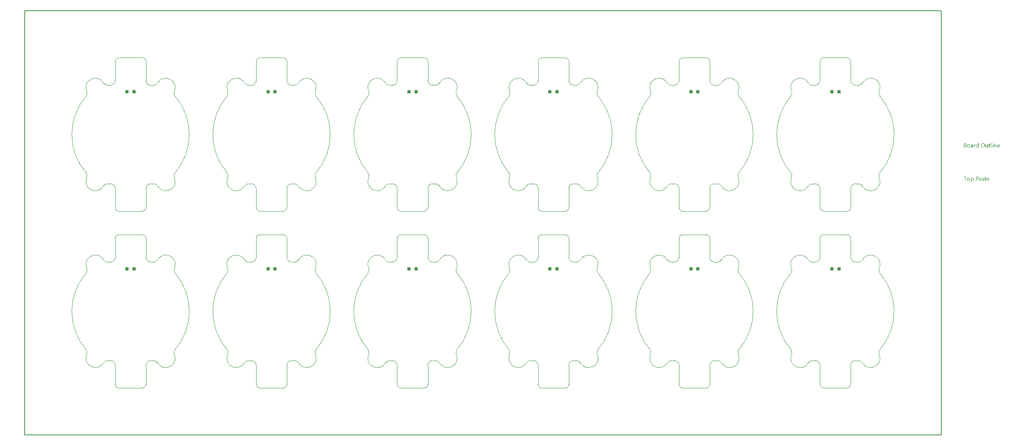
<source format=gtp>
G04*
G04 #@! TF.GenerationSoftware,Altium Limited,Altium Designer,21.9.2 (33)*
G04*
G04 Layer_Color=8421504*
%FSAX25Y25*%
%MOIN*%
G70*
G04*
G04 #@! TF.SameCoordinates,367260C6-96D2-48BC-AEAF-795D9B4D27C7*
G04*
G04*
G04 #@! TF.FilePolarity,Positive*
G04*
G01*
G75*
%ADD16C,0.00787*%
%ADD17C,0.00394*%
%ADD40R,0.02756X0.02756*%
G36*
X0791335Y0225275D02*
X0791360D01*
X0791416Y0225251D01*
X0791446Y0225232D01*
X0791477Y0225207D01*
X0791484Y0225201D01*
X0791490Y0225195D01*
X0791521Y0225158D01*
X0791545Y0225096D01*
X0791552Y0225059D01*
X0791558Y0225022D01*
Y0225015D01*
Y0225003D01*
X0791552Y0224984D01*
X0791545Y0224960D01*
X0791527Y0224898D01*
X0791502Y0224867D01*
X0791477Y0224836D01*
X0791471D01*
X0791465Y0224823D01*
X0791428Y0224799D01*
X0791372Y0224774D01*
X0791335Y0224768D01*
X0791298Y0224762D01*
X0791279D01*
X0791261Y0224768D01*
X0791236D01*
X0791174Y0224793D01*
X0791143Y0224805D01*
X0791112Y0224830D01*
Y0224836D01*
X0791100Y0224842D01*
X0791087Y0224861D01*
X0791075Y0224879D01*
X0791050Y0224941D01*
X0791044Y0224978D01*
X0791038Y0225022D01*
Y0225028D01*
Y0225040D01*
X0791044Y0225059D01*
X0791050Y0225090D01*
X0791069Y0225145D01*
X0791087Y0225176D01*
X0791112Y0225207D01*
X0791118Y0225213D01*
X0791125Y0225220D01*
X0791162Y0225244D01*
X0791224Y0225269D01*
X0791261Y0225282D01*
X0791317D01*
X0791335Y0225275D01*
D02*
G37*
G36*
X0779345Y0221611D02*
X0778943D01*
Y0222032D01*
X0778930D01*
Y0222026D01*
X0778918Y0222013D01*
X0778899Y0221988D01*
X0778881Y0221957D01*
X0778850Y0221920D01*
X0778813Y0221883D01*
X0778769Y0221840D01*
X0778720Y0221796D01*
X0778664Y0221747D01*
X0778596Y0221704D01*
X0778528Y0221667D01*
X0778447Y0221629D01*
X0778367Y0221599D01*
X0778274Y0221574D01*
X0778175Y0221561D01*
X0778070Y0221555D01*
X0778027D01*
X0777989Y0221561D01*
X0777952Y0221568D01*
X0777903Y0221574D01*
X0777798Y0221599D01*
X0777674Y0221636D01*
X0777550Y0221697D01*
X0777482Y0221735D01*
X0777426Y0221778D01*
X0777364Y0221834D01*
X0777309Y0221889D01*
Y0221896D01*
X0777296Y0221908D01*
X0777284Y0221926D01*
X0777265Y0221951D01*
X0777247Y0221982D01*
X0777222Y0222026D01*
X0777197Y0222075D01*
X0777172Y0222131D01*
X0777141Y0222193D01*
X0777117Y0222261D01*
X0777092Y0222335D01*
X0777073Y0222415D01*
X0777055Y0222502D01*
X0777042Y0222601D01*
X0777036Y0222700D01*
X0777030Y0222806D01*
Y0222812D01*
Y0222830D01*
Y0222867D01*
X0777036Y0222911D01*
X0777042Y0222960D01*
X0777049Y0223022D01*
X0777055Y0223090D01*
X0777067Y0223165D01*
X0777104Y0223325D01*
X0777160Y0223493D01*
X0777197Y0223573D01*
X0777240Y0223654D01*
X0777284Y0223728D01*
X0777340Y0223802D01*
X0777346Y0223808D01*
X0777352Y0223821D01*
X0777370Y0223839D01*
X0777395Y0223864D01*
X0777426Y0223889D01*
X0777469Y0223920D01*
X0777513Y0223957D01*
X0777562Y0223994D01*
X0777686Y0224062D01*
X0777829Y0224124D01*
X0777909Y0224143D01*
X0777996Y0224161D01*
X0778082Y0224173D01*
X0778181Y0224180D01*
X0778231D01*
X0778268Y0224173D01*
X0778305Y0224167D01*
X0778355Y0224161D01*
X0778466Y0224130D01*
X0778590Y0224081D01*
X0778652Y0224050D01*
X0778714Y0224006D01*
X0778776Y0223963D01*
X0778831Y0223907D01*
X0778881Y0223845D01*
X0778930Y0223771D01*
X0778943D01*
Y0225331D01*
X0779345D01*
Y0221611D01*
D02*
G37*
G36*
X0793613Y0224173D02*
X0793687Y0224167D01*
X0793780Y0224149D01*
X0793879Y0224118D01*
X0793984Y0224068D01*
X0794090Y0224000D01*
X0794133Y0223963D01*
X0794176Y0223914D01*
X0794189Y0223901D01*
X0794213Y0223864D01*
X0794244Y0223802D01*
X0794288Y0223715D01*
X0794325Y0223610D01*
X0794362Y0223480D01*
X0794387Y0223325D01*
X0794393Y0223146D01*
Y0221611D01*
X0793991D01*
Y0223041D01*
Y0223047D01*
Y0223078D01*
X0793984Y0223115D01*
Y0223165D01*
X0793972Y0223226D01*
X0793960Y0223294D01*
X0793941Y0223369D01*
X0793916Y0223443D01*
X0793885Y0223517D01*
X0793848Y0223585D01*
X0793799Y0223654D01*
X0793743Y0223715D01*
X0793681Y0223765D01*
X0793601Y0223802D01*
X0793514Y0223833D01*
X0793409Y0223839D01*
X0793396D01*
X0793359Y0223833D01*
X0793303Y0223827D01*
X0793235Y0223808D01*
X0793155Y0223783D01*
X0793068Y0223740D01*
X0792988Y0223685D01*
X0792907Y0223610D01*
X0792901Y0223598D01*
X0792876Y0223573D01*
X0792845Y0223523D01*
X0792808Y0223456D01*
X0792771Y0223375D01*
X0792740Y0223276D01*
X0792715Y0223165D01*
X0792709Y0223041D01*
Y0221611D01*
X0792307D01*
Y0224124D01*
X0792709D01*
Y0223703D01*
X0792722D01*
X0792728Y0223709D01*
X0792734Y0223722D01*
X0792753Y0223746D01*
X0792777Y0223777D01*
X0792802Y0223815D01*
X0792839Y0223852D01*
X0792883Y0223895D01*
X0792932Y0223944D01*
X0792988Y0223988D01*
X0793050Y0224031D01*
X0793118Y0224068D01*
X0793192Y0224105D01*
X0793266Y0224136D01*
X0793353Y0224161D01*
X0793446Y0224173D01*
X0793545Y0224180D01*
X0793582D01*
X0793613Y0224173D01*
D02*
G37*
G36*
X0776615Y0224161D02*
X0776689Y0224155D01*
X0776733Y0224143D01*
X0776764Y0224130D01*
Y0223715D01*
X0776758Y0223722D01*
X0776745Y0223728D01*
X0776721Y0223740D01*
X0776689Y0223759D01*
X0776646Y0223771D01*
X0776590Y0223783D01*
X0776529Y0223790D01*
X0776461Y0223796D01*
X0776448D01*
X0776417Y0223790D01*
X0776368Y0223783D01*
X0776312Y0223765D01*
X0776238Y0223734D01*
X0776170Y0223691D01*
X0776095Y0223629D01*
X0776027Y0223548D01*
X0776021Y0223536D01*
X0776003Y0223505D01*
X0775972Y0223449D01*
X0775941Y0223375D01*
X0775910Y0223282D01*
X0775879Y0223165D01*
X0775860Y0223035D01*
X0775854Y0222886D01*
Y0221611D01*
X0775452D01*
Y0224124D01*
X0775854D01*
Y0223604D01*
X0775866D01*
Y0223610D01*
X0775873Y0223616D01*
X0775885Y0223647D01*
X0775903Y0223697D01*
X0775934Y0223759D01*
X0775965Y0223821D01*
X0776015Y0223889D01*
X0776064Y0223957D01*
X0776126Y0224019D01*
X0776132Y0224025D01*
X0776157Y0224043D01*
X0776194Y0224068D01*
X0776244Y0224093D01*
X0776300Y0224118D01*
X0776368Y0224143D01*
X0776442Y0224161D01*
X0776522Y0224167D01*
X0776578D01*
X0776615Y0224161D01*
D02*
G37*
G36*
X0787355Y0221611D02*
X0786953D01*
Y0222007D01*
X0786940D01*
Y0222001D01*
X0786928Y0221988D01*
X0786915Y0221964D01*
X0786891Y0221939D01*
X0786835Y0221865D01*
X0786748Y0221784D01*
X0786699Y0221741D01*
X0786643Y0221697D01*
X0786581Y0221660D01*
X0786507Y0221623D01*
X0786433Y0221599D01*
X0786352Y0221574D01*
X0786259Y0221561D01*
X0786166Y0221555D01*
X0786129D01*
X0786086Y0221561D01*
X0786024Y0221574D01*
X0785956Y0221586D01*
X0785882Y0221611D01*
X0785801Y0221642D01*
X0785721Y0221691D01*
X0785634Y0221747D01*
X0785554Y0221815D01*
X0785479Y0221902D01*
X0785411Y0222007D01*
X0785349Y0222125D01*
X0785306Y0222267D01*
X0785281Y0222434D01*
X0785269Y0222521D01*
Y0222620D01*
Y0224124D01*
X0785665D01*
Y0222682D01*
Y0222675D01*
Y0222651D01*
X0785671Y0222607D01*
X0785677Y0222558D01*
X0785684Y0222496D01*
X0785696Y0222434D01*
X0785715Y0222360D01*
X0785739Y0222286D01*
X0785777Y0222211D01*
X0785814Y0222143D01*
X0785863Y0222075D01*
X0785925Y0222013D01*
X0785993Y0221964D01*
X0786074Y0221926D01*
X0786173Y0221896D01*
X0786278Y0221889D01*
X0786290D01*
X0786327Y0221896D01*
X0786383Y0221902D01*
X0786445Y0221914D01*
X0786525Y0221945D01*
X0786606Y0221982D01*
X0786686Y0222032D01*
X0786761Y0222106D01*
X0786767Y0222118D01*
X0786792Y0222143D01*
X0786823Y0222193D01*
X0786860Y0222261D01*
X0786891Y0222341D01*
X0786922Y0222440D01*
X0786946Y0222552D01*
X0786953Y0222675D01*
Y0224124D01*
X0787355D01*
Y0221611D01*
D02*
G37*
G36*
X0791490D02*
X0791087D01*
Y0224124D01*
X0791490D01*
Y0221611D01*
D02*
G37*
G36*
X0790270D02*
X0789868D01*
Y0225331D01*
X0790270D01*
Y0221611D01*
D02*
G37*
G36*
X0773892Y0224173D02*
X0773947Y0224167D01*
X0774016Y0224149D01*
X0774090Y0224130D01*
X0774170Y0224099D01*
X0774257Y0224062D01*
X0774337Y0224013D01*
X0774418Y0223951D01*
X0774492Y0223876D01*
X0774560Y0223783D01*
X0774616Y0223678D01*
X0774659Y0223554D01*
X0774684Y0223412D01*
X0774696Y0223245D01*
Y0221611D01*
X0774294D01*
Y0222001D01*
X0774282D01*
Y0221995D01*
X0774269Y0221982D01*
X0774257Y0221957D01*
X0774232Y0221933D01*
X0774170Y0221858D01*
X0774090Y0221778D01*
X0773978Y0221697D01*
X0773848Y0221623D01*
X0773768Y0221599D01*
X0773687Y0221574D01*
X0773601Y0221561D01*
X0773508Y0221555D01*
X0773471D01*
X0773446Y0221561D01*
X0773378Y0221568D01*
X0773297Y0221580D01*
X0773198Y0221605D01*
X0773105Y0221636D01*
X0773006Y0221685D01*
X0772920Y0221747D01*
X0772914Y0221759D01*
X0772889Y0221784D01*
X0772852Y0221828D01*
X0772815Y0221889D01*
X0772778Y0221964D01*
X0772740Y0222050D01*
X0772716Y0222156D01*
X0772709Y0222273D01*
Y0222279D01*
Y0222304D01*
X0772716Y0222341D01*
X0772722Y0222385D01*
X0772734Y0222440D01*
X0772753Y0222502D01*
X0772778Y0222570D01*
X0772815Y0222638D01*
X0772858Y0222713D01*
X0772914Y0222787D01*
X0772982Y0222855D01*
X0773062Y0222917D01*
X0773155Y0222979D01*
X0773267Y0223028D01*
X0773390Y0223065D01*
X0773539Y0223096D01*
X0774294Y0223202D01*
Y0223208D01*
Y0223226D01*
X0774288Y0223264D01*
Y0223301D01*
X0774275Y0223350D01*
X0774269Y0223406D01*
X0774232Y0223523D01*
X0774201Y0223579D01*
X0774170Y0223635D01*
X0774127Y0223691D01*
X0774077Y0223740D01*
X0774016Y0223783D01*
X0773947Y0223815D01*
X0773867Y0223833D01*
X0773774Y0223839D01*
X0773731D01*
X0773700Y0223833D01*
X0773656D01*
X0773613Y0223821D01*
X0773502Y0223802D01*
X0773378Y0223765D01*
X0773242Y0223709D01*
X0773167Y0223672D01*
X0773099Y0223635D01*
X0773025Y0223585D01*
X0772957Y0223530D01*
Y0223944D01*
X0772963D01*
X0772975Y0223957D01*
X0772994Y0223969D01*
X0773025Y0223982D01*
X0773056Y0224000D01*
X0773099Y0224019D01*
X0773149Y0224037D01*
X0773205Y0224062D01*
X0773328Y0224105D01*
X0773477Y0224143D01*
X0773638Y0224167D01*
X0773811Y0224180D01*
X0773848D01*
X0773892Y0224173D01*
D02*
G37*
G36*
X0768203Y0225121D02*
X0768246D01*
X0768290Y0225114D01*
X0768389Y0225102D01*
X0768506Y0225071D01*
X0768630Y0225034D01*
X0768748Y0224978D01*
X0768853Y0224904D01*
X0768859D01*
X0768865Y0224891D01*
X0768896Y0224867D01*
X0768940Y0224817D01*
X0768989Y0224749D01*
X0769032Y0224662D01*
X0769076Y0224564D01*
X0769107Y0224452D01*
X0769119Y0224390D01*
Y0224322D01*
Y0224316D01*
Y0224310D01*
Y0224272D01*
X0769113Y0224217D01*
X0769101Y0224149D01*
X0769082Y0224062D01*
X0769051Y0223975D01*
X0769014Y0223889D01*
X0768958Y0223802D01*
X0768952Y0223790D01*
X0768927Y0223765D01*
X0768890Y0223728D01*
X0768841Y0223678D01*
X0768779Y0223629D01*
X0768704Y0223573D01*
X0768612Y0223530D01*
X0768513Y0223486D01*
Y0223480D01*
X0768531D01*
X0768550Y0223474D01*
X0768568Y0223468D01*
X0768636Y0223456D01*
X0768717Y0223431D01*
X0768804Y0223394D01*
X0768896Y0223350D01*
X0768989Y0223288D01*
X0769076Y0223208D01*
X0769088Y0223196D01*
X0769113Y0223165D01*
X0769144Y0223121D01*
X0769187Y0223053D01*
X0769224Y0222966D01*
X0769262Y0222867D01*
X0769286Y0222750D01*
X0769292Y0222620D01*
Y0222614D01*
Y0222601D01*
Y0222576D01*
X0769286Y0222546D01*
X0769280Y0222508D01*
X0769274Y0222465D01*
X0769249Y0222360D01*
X0769212Y0222242D01*
X0769156Y0222118D01*
X0769119Y0222063D01*
X0769076Y0222001D01*
X0769020Y0221945D01*
X0768964Y0221889D01*
X0768958D01*
X0768952Y0221877D01*
X0768933Y0221865D01*
X0768909Y0221846D01*
X0768878Y0221828D01*
X0768834Y0221803D01*
X0768742Y0221753D01*
X0768624Y0221697D01*
X0768488Y0221654D01*
X0768327Y0221623D01*
X0768246Y0221617D01*
X0768153Y0221611D01*
X0767126D01*
Y0225127D01*
X0768172D01*
X0768203Y0225121D01*
D02*
G37*
G36*
X0788698Y0224124D02*
X0789336D01*
Y0223777D01*
X0788698D01*
Y0222360D01*
Y0222347D01*
Y0222317D01*
X0788704Y0222273D01*
X0788710Y0222217D01*
X0788735Y0222100D01*
X0788754Y0222044D01*
X0788785Y0222001D01*
X0788791Y0221995D01*
X0788803Y0221982D01*
X0788822Y0221970D01*
X0788853Y0221951D01*
X0788890Y0221926D01*
X0788940Y0221914D01*
X0789002Y0221902D01*
X0789070Y0221896D01*
X0789094D01*
X0789125Y0221902D01*
X0789162Y0221908D01*
X0789249Y0221933D01*
X0789292Y0221951D01*
X0789336Y0221976D01*
Y0221629D01*
X0789329D01*
X0789311Y0221617D01*
X0789280Y0221611D01*
X0789237Y0221599D01*
X0789181Y0221586D01*
X0789119Y0221574D01*
X0789045Y0221568D01*
X0788958Y0221561D01*
X0788927D01*
X0788896Y0221568D01*
X0788853Y0221574D01*
X0788803Y0221586D01*
X0788748Y0221599D01*
X0788692Y0221623D01*
X0788630Y0221654D01*
X0788568Y0221691D01*
X0788506Y0221741D01*
X0788450Y0221796D01*
X0788401Y0221871D01*
X0788358Y0221951D01*
X0788327Y0222050D01*
X0788302Y0222162D01*
X0788296Y0222292D01*
Y0223777D01*
X0787869D01*
Y0224124D01*
X0788296D01*
Y0224737D01*
X0788698Y0224867D01*
Y0224124D01*
D02*
G37*
G36*
X0796225Y0224173D02*
X0796269Y0224167D01*
X0796312Y0224161D01*
X0796423Y0224143D01*
X0796547Y0224099D01*
X0796671Y0224043D01*
X0796733Y0224006D01*
X0796795Y0223963D01*
X0796850Y0223914D01*
X0796906Y0223858D01*
X0796912Y0223852D01*
X0796918Y0223845D01*
X0796931Y0223827D01*
X0796949Y0223802D01*
X0796968Y0223765D01*
X0796993Y0223728D01*
X0797017Y0223685D01*
X0797042Y0223629D01*
X0797067Y0223567D01*
X0797092Y0223505D01*
X0797117Y0223431D01*
X0797135Y0223350D01*
X0797154Y0223264D01*
X0797166Y0223177D01*
X0797178Y0223078D01*
Y0222973D01*
Y0222762D01*
X0795402D01*
Y0222756D01*
Y0222744D01*
Y0222725D01*
X0795408Y0222694D01*
X0795414Y0222657D01*
Y0222620D01*
X0795433Y0222521D01*
X0795464Y0222422D01*
X0795501Y0222310D01*
X0795557Y0222205D01*
X0795625Y0222112D01*
X0795637Y0222100D01*
X0795662Y0222075D01*
X0795711Y0222044D01*
X0795780Y0222001D01*
X0795866Y0221957D01*
X0795965Y0221926D01*
X0796083Y0221902D01*
X0796219Y0221889D01*
X0796262D01*
X0796293Y0221896D01*
X0796330D01*
X0796374Y0221902D01*
X0796479Y0221926D01*
X0796597Y0221957D01*
X0796727Y0222007D01*
X0796863Y0222075D01*
X0796931Y0222118D01*
X0796999Y0222168D01*
Y0221790D01*
X0796993D01*
X0796986Y0221778D01*
X0796968Y0221772D01*
X0796937Y0221753D01*
X0796906Y0221735D01*
X0796869Y0221716D01*
X0796819Y0221697D01*
X0796770Y0221673D01*
X0796708Y0221648D01*
X0796640Y0221629D01*
X0796491Y0221592D01*
X0796318Y0221568D01*
X0796126Y0221555D01*
X0796077D01*
X0796039Y0221561D01*
X0795996Y0221568D01*
X0795940Y0221574D01*
X0795823Y0221599D01*
X0795687Y0221636D01*
X0795550Y0221697D01*
X0795482Y0221741D01*
X0795414Y0221784D01*
X0795352Y0221834D01*
X0795291Y0221896D01*
X0795284Y0221902D01*
X0795278Y0221914D01*
X0795266Y0221933D01*
X0795241Y0221957D01*
X0795222Y0221995D01*
X0795198Y0222038D01*
X0795167Y0222088D01*
X0795142Y0222143D01*
X0795111Y0222205D01*
X0795086Y0222279D01*
X0795055Y0222360D01*
X0795037Y0222446D01*
X0795018Y0222539D01*
X0795000Y0222638D01*
X0794993Y0222744D01*
X0794987Y0222855D01*
Y0222861D01*
Y0222880D01*
Y0222911D01*
X0794993Y0222954D01*
X0795000Y0223004D01*
X0795006Y0223059D01*
X0795012Y0223127D01*
X0795030Y0223196D01*
X0795068Y0223344D01*
X0795123Y0223505D01*
X0795160Y0223585D01*
X0795210Y0223660D01*
X0795260Y0223740D01*
X0795315Y0223808D01*
X0795321Y0223815D01*
X0795334Y0223827D01*
X0795352Y0223845D01*
X0795377Y0223864D01*
X0795408Y0223895D01*
X0795445Y0223926D01*
X0795495Y0223957D01*
X0795544Y0223994D01*
X0795662Y0224062D01*
X0795804Y0224124D01*
X0795885Y0224143D01*
X0795965Y0224161D01*
X0796052Y0224173D01*
X0796145Y0224180D01*
X0796194D01*
X0796225Y0224173D01*
D02*
G37*
G36*
X0783183Y0225183D02*
X0783245Y0225176D01*
X0783319Y0225164D01*
X0783399Y0225145D01*
X0783486Y0225127D01*
X0783573Y0225102D01*
X0783672Y0225071D01*
X0783765Y0225028D01*
X0783864Y0224978D01*
X0783963Y0224922D01*
X0784056Y0224854D01*
X0784149Y0224780D01*
X0784235Y0224693D01*
X0784241Y0224687D01*
X0784254Y0224669D01*
X0784278Y0224644D01*
X0784303Y0224607D01*
X0784340Y0224557D01*
X0784377Y0224495D01*
X0784415Y0224427D01*
X0784458Y0224353D01*
X0784501Y0224260D01*
X0784539Y0224167D01*
X0784576Y0224062D01*
X0784613Y0223944D01*
X0784637Y0223827D01*
X0784662Y0223697D01*
X0784675Y0223554D01*
X0784681Y0223412D01*
Y0223400D01*
Y0223375D01*
Y0223332D01*
X0784675Y0223270D01*
X0784668Y0223196D01*
X0784656Y0223115D01*
X0784644Y0223022D01*
X0784625Y0222917D01*
X0784600Y0222812D01*
X0784569Y0222700D01*
X0784532Y0222589D01*
X0784489Y0222477D01*
X0784433Y0222360D01*
X0784371Y0222255D01*
X0784303Y0222149D01*
X0784223Y0222050D01*
X0784217Y0222044D01*
X0784204Y0222032D01*
X0784173Y0222007D01*
X0784142Y0221976D01*
X0784093Y0221933D01*
X0784037Y0221896D01*
X0783975Y0221846D01*
X0783901Y0221803D01*
X0783820Y0221759D01*
X0783728Y0221710D01*
X0783629Y0221673D01*
X0783517Y0221636D01*
X0783399Y0221599D01*
X0783276Y0221574D01*
X0783146Y0221561D01*
X0783003Y0221555D01*
X0782972D01*
X0782929Y0221561D01*
X0782879D01*
X0782818Y0221568D01*
X0782743Y0221580D01*
X0782663Y0221599D01*
X0782570Y0221617D01*
X0782477Y0221642D01*
X0782378Y0221673D01*
X0782279Y0221716D01*
X0782180Y0221759D01*
X0782081Y0221815D01*
X0781982Y0221883D01*
X0781889Y0221957D01*
X0781803Y0222044D01*
X0781796Y0222050D01*
X0781784Y0222069D01*
X0781759Y0222094D01*
X0781734Y0222131D01*
X0781697Y0222180D01*
X0781660Y0222242D01*
X0781623Y0222310D01*
X0781580Y0222391D01*
X0781536Y0222477D01*
X0781499Y0222570D01*
X0781462Y0222675D01*
X0781425Y0222793D01*
X0781400Y0222911D01*
X0781375Y0223041D01*
X0781363Y0223183D01*
X0781357Y0223325D01*
Y0223338D01*
Y0223363D01*
X0781363Y0223406D01*
Y0223468D01*
X0781369Y0223536D01*
X0781382Y0223623D01*
X0781394Y0223715D01*
X0781413Y0223815D01*
X0781437Y0223920D01*
X0781468Y0224031D01*
X0781505Y0224143D01*
X0781549Y0224254D01*
X0781604Y0224365D01*
X0781666Y0224477D01*
X0781734Y0224582D01*
X0781815Y0224681D01*
X0781821Y0224687D01*
X0781833Y0224706D01*
X0781864Y0224731D01*
X0781902Y0224762D01*
X0781945Y0224799D01*
X0782001Y0224842D01*
X0782069Y0224885D01*
X0782143Y0224935D01*
X0782230Y0224984D01*
X0782322Y0225028D01*
X0782421Y0225071D01*
X0782533Y0225108D01*
X0782657Y0225139D01*
X0782787Y0225170D01*
X0782923Y0225183D01*
X0783065Y0225189D01*
X0783133D01*
X0783183Y0225183D01*
D02*
G37*
G36*
X0771156Y0224173D02*
X0771199Y0224167D01*
X0771255Y0224161D01*
X0771379Y0224136D01*
X0771521Y0224093D01*
X0771663Y0224031D01*
X0771737Y0223994D01*
X0771806Y0223951D01*
X0771874Y0223895D01*
X0771936Y0223833D01*
X0771942Y0223827D01*
X0771948Y0223815D01*
X0771967Y0223796D01*
X0771985Y0223771D01*
X0772010Y0223734D01*
X0772035Y0223691D01*
X0772066Y0223641D01*
X0772097Y0223585D01*
X0772121Y0223517D01*
X0772152Y0223449D01*
X0772177Y0223369D01*
X0772202Y0223282D01*
X0772220Y0223189D01*
X0772239Y0223090D01*
X0772245Y0222985D01*
X0772251Y0222874D01*
Y0222867D01*
Y0222849D01*
Y0222818D01*
X0772245Y0222775D01*
X0772239Y0222725D01*
X0772233Y0222663D01*
X0772220Y0222601D01*
X0772208Y0222527D01*
X0772171Y0222378D01*
X0772109Y0222217D01*
X0772072Y0222137D01*
X0772022Y0222057D01*
X0771973Y0221982D01*
X0771911Y0221914D01*
X0771905Y0221908D01*
X0771892Y0221902D01*
X0771874Y0221883D01*
X0771849Y0221858D01*
X0771812Y0221834D01*
X0771775Y0221803D01*
X0771725Y0221766D01*
X0771669Y0221735D01*
X0771607Y0221704D01*
X0771539Y0221667D01*
X0771465Y0221636D01*
X0771385Y0221611D01*
X0771298Y0221586D01*
X0771205Y0221574D01*
X0771106Y0221561D01*
X0771001Y0221555D01*
X0770945D01*
X0770908Y0221561D01*
X0770865Y0221568D01*
X0770809Y0221574D01*
X0770747Y0221586D01*
X0770679Y0221599D01*
X0770537Y0221642D01*
X0770388Y0221704D01*
X0770314Y0221741D01*
X0770246Y0221790D01*
X0770178Y0221840D01*
X0770110Y0221902D01*
X0770103Y0221908D01*
X0770097Y0221920D01*
X0770079Y0221939D01*
X0770060Y0221964D01*
X0770035Y0222001D01*
X0770004Y0222044D01*
X0769973Y0222094D01*
X0769949Y0222149D01*
X0769918Y0222217D01*
X0769887Y0222286D01*
X0769856Y0222360D01*
X0769831Y0222446D01*
X0769794Y0222632D01*
X0769788Y0222731D01*
X0769781Y0222836D01*
Y0222843D01*
Y0222867D01*
Y0222898D01*
X0769788Y0222942D01*
X0769794Y0222991D01*
X0769800Y0223053D01*
X0769812Y0223121D01*
X0769825Y0223196D01*
X0769862Y0223356D01*
X0769924Y0223517D01*
X0769967Y0223598D01*
X0770011Y0223678D01*
X0770060Y0223753D01*
X0770122Y0223821D01*
X0770128Y0223827D01*
X0770141Y0223839D01*
X0770159Y0223852D01*
X0770184Y0223876D01*
X0770221Y0223901D01*
X0770264Y0223932D01*
X0770314Y0223969D01*
X0770369Y0224000D01*
X0770432Y0224031D01*
X0770506Y0224068D01*
X0770580Y0224099D01*
X0770667Y0224124D01*
X0770753Y0224149D01*
X0770852Y0224167D01*
X0770958Y0224173D01*
X0771063Y0224180D01*
X0771118D01*
X0771156Y0224173D01*
D02*
G37*
G36*
X0774368Y0196135D02*
X0774412Y0196129D01*
X0774455Y0196123D01*
X0774566Y0196098D01*
X0774690Y0196061D01*
X0774814Y0195999D01*
X0774876Y0195962D01*
X0774938Y0195912D01*
X0774994Y0195863D01*
X0775049Y0195801D01*
X0775055Y0195795D01*
X0775062Y0195789D01*
X0775074Y0195764D01*
X0775093Y0195739D01*
X0775111Y0195708D01*
X0775136Y0195665D01*
X0775161Y0195615D01*
X0775185Y0195566D01*
X0775210Y0195504D01*
X0775235Y0195436D01*
X0775260Y0195361D01*
X0775278Y0195281D01*
X0775309Y0195101D01*
X0775322Y0195002D01*
Y0194897D01*
Y0194891D01*
Y0194872D01*
Y0194835D01*
X0775315Y0194792D01*
Y0194743D01*
X0775303Y0194681D01*
X0775297Y0194613D01*
X0775284Y0194538D01*
X0775247Y0194377D01*
X0775192Y0194210D01*
X0775154Y0194130D01*
X0775117Y0194049D01*
X0775068Y0193969D01*
X0775012Y0193895D01*
X0775006Y0193888D01*
X0775000Y0193876D01*
X0774981Y0193857D01*
X0774956Y0193839D01*
X0774925Y0193808D01*
X0774888Y0193777D01*
X0774845Y0193740D01*
X0774795Y0193709D01*
X0774740Y0193672D01*
X0774678Y0193634D01*
X0774529Y0193579D01*
X0774449Y0193554D01*
X0774368Y0193535D01*
X0774275Y0193523D01*
X0774176Y0193517D01*
X0774127D01*
X0774096Y0193523D01*
X0774053Y0193529D01*
X0774009Y0193542D01*
X0773898Y0193566D01*
X0773780Y0193616D01*
X0773712Y0193653D01*
X0773650Y0193690D01*
X0773588Y0193740D01*
X0773533Y0193796D01*
X0773471Y0193857D01*
X0773421Y0193932D01*
X0773409D01*
Y0192421D01*
X0773006D01*
Y0196086D01*
X0773409D01*
Y0195640D01*
X0773421D01*
X0773427Y0195646D01*
X0773434Y0195665D01*
X0773452Y0195690D01*
X0773477Y0195721D01*
X0773508Y0195758D01*
X0773545Y0195801D01*
X0773588Y0195844D01*
X0773644Y0195894D01*
X0773700Y0195937D01*
X0773762Y0195981D01*
X0773836Y0196024D01*
X0773910Y0196061D01*
X0773997Y0196098D01*
X0774090Y0196123D01*
X0774183Y0196135D01*
X0774288Y0196142D01*
X0774337D01*
X0774368Y0196135D01*
D02*
G37*
G36*
X0783641D02*
X0783721Y0196129D01*
X0783808Y0196117D01*
X0783907Y0196092D01*
X0784006Y0196067D01*
X0784105Y0196030D01*
Y0195622D01*
X0784093Y0195628D01*
X0784056Y0195652D01*
X0784000Y0195677D01*
X0783926Y0195714D01*
X0783833Y0195745D01*
X0783721Y0195776D01*
X0783598Y0195795D01*
X0783468Y0195801D01*
X0783399D01*
X0783338Y0195789D01*
X0783263Y0195776D01*
X0783257D01*
X0783251Y0195770D01*
X0783214Y0195758D01*
X0783164Y0195733D01*
X0783109Y0195702D01*
X0783096Y0195696D01*
X0783071Y0195671D01*
X0783041Y0195634D01*
X0783009Y0195591D01*
X0783003Y0195578D01*
X0782991Y0195547D01*
X0782979Y0195504D01*
X0782972Y0195448D01*
Y0195442D01*
Y0195430D01*
Y0195411D01*
X0782979Y0195393D01*
X0782991Y0195337D01*
X0783009Y0195281D01*
X0783016Y0195269D01*
X0783034Y0195244D01*
X0783071Y0195207D01*
X0783115Y0195163D01*
X0783121D01*
X0783127Y0195157D01*
X0783164Y0195133D01*
X0783214Y0195101D01*
X0783282Y0195071D01*
X0783288D01*
X0783300Y0195064D01*
X0783319Y0195058D01*
X0783350Y0195046D01*
X0783418Y0195021D01*
X0783505Y0194984D01*
X0783511D01*
X0783536Y0194972D01*
X0783567Y0194959D01*
X0783604Y0194947D01*
X0783703Y0194904D01*
X0783802Y0194854D01*
X0783808D01*
X0783827Y0194842D01*
X0783851Y0194829D01*
X0783882Y0194811D01*
X0783957Y0194761D01*
X0784031Y0194699D01*
X0784037Y0194693D01*
X0784049Y0194687D01*
X0784062Y0194668D01*
X0784087Y0194643D01*
X0784130Y0194582D01*
X0784173Y0194501D01*
Y0194495D01*
X0784179Y0194483D01*
X0784192Y0194458D01*
X0784198Y0194427D01*
X0784210Y0194390D01*
X0784217Y0194346D01*
X0784223Y0194241D01*
Y0194235D01*
Y0194210D01*
X0784217Y0194173D01*
X0784210Y0194130D01*
X0784204Y0194080D01*
X0784186Y0194025D01*
X0784167Y0193975D01*
X0784136Y0193919D01*
X0784130Y0193913D01*
X0784124Y0193895D01*
X0784105Y0193870D01*
X0784080Y0193839D01*
X0784049Y0193802D01*
X0784012Y0193764D01*
X0783919Y0193690D01*
X0783913Y0193684D01*
X0783895Y0193678D01*
X0783870Y0193659D01*
X0783827Y0193641D01*
X0783783Y0193616D01*
X0783728Y0193597D01*
X0783672Y0193579D01*
X0783604Y0193560D01*
X0783598D01*
X0783573Y0193554D01*
X0783536Y0193548D01*
X0783492Y0193542D01*
X0783430Y0193529D01*
X0783368Y0193523D01*
X0783226Y0193517D01*
X0783164D01*
X0783090Y0193523D01*
X0782997Y0193535D01*
X0782892Y0193554D01*
X0782781Y0193579D01*
X0782669Y0193610D01*
X0782558Y0193659D01*
Y0194093D01*
X0782564D01*
X0782570Y0194080D01*
X0782589Y0194068D01*
X0782613Y0194055D01*
X0782682Y0194018D01*
X0782774Y0193975D01*
X0782879Y0193925D01*
X0783003Y0193888D01*
X0783140Y0193863D01*
X0783282Y0193851D01*
X0783331D01*
X0783362Y0193857D01*
X0783449Y0193870D01*
X0783548Y0193895D01*
X0783641Y0193938D01*
X0783684Y0193969D01*
X0783728Y0194000D01*
X0783758Y0194043D01*
X0783783Y0194086D01*
X0783802Y0194142D01*
X0783808Y0194204D01*
Y0194210D01*
Y0194223D01*
Y0194241D01*
X0783802Y0194260D01*
X0783789Y0194315D01*
X0783765Y0194371D01*
Y0194377D01*
X0783758Y0194384D01*
X0783734Y0194414D01*
X0783697Y0194458D01*
X0783641Y0194495D01*
X0783635D01*
X0783629Y0194507D01*
X0783591Y0194526D01*
X0783536Y0194563D01*
X0783461Y0194594D01*
X0783455D01*
X0783443Y0194600D01*
X0783424Y0194613D01*
X0783393Y0194625D01*
X0783325Y0194650D01*
X0783239Y0194687D01*
X0783232D01*
X0783208Y0194699D01*
X0783177Y0194712D01*
X0783140Y0194724D01*
X0783041Y0194767D01*
X0782941Y0194817D01*
X0782935Y0194823D01*
X0782923Y0194829D01*
X0782898Y0194842D01*
X0782867Y0194860D01*
X0782799Y0194910D01*
X0782731Y0194965D01*
X0782725Y0194972D01*
X0782719Y0194978D01*
X0782700Y0194996D01*
X0782682Y0195021D01*
X0782638Y0195083D01*
X0782601Y0195157D01*
Y0195163D01*
X0782595Y0195176D01*
X0782589Y0195201D01*
X0782582Y0195231D01*
X0782576Y0195269D01*
X0782570Y0195312D01*
X0782564Y0195417D01*
Y0195423D01*
Y0195448D01*
X0782570Y0195479D01*
X0782576Y0195522D01*
X0782582Y0195572D01*
X0782601Y0195622D01*
X0782620Y0195677D01*
X0782644Y0195727D01*
X0782651Y0195733D01*
X0782657Y0195752D01*
X0782675Y0195776D01*
X0782700Y0195807D01*
X0782768Y0195881D01*
X0782855Y0195956D01*
X0782861Y0195962D01*
X0782879Y0195968D01*
X0782904Y0195987D01*
X0782948Y0196005D01*
X0782991Y0196030D01*
X0783041Y0196055D01*
X0783164Y0196092D01*
X0783171D01*
X0783195Y0196098D01*
X0783226Y0196110D01*
X0783276Y0196117D01*
X0783325Y0196129D01*
X0783387Y0196135D01*
X0783523Y0196142D01*
X0783579D01*
X0783641Y0196135D01*
D02*
G37*
G36*
X0781146D02*
X0781202Y0196129D01*
X0781270Y0196110D01*
X0781344Y0196092D01*
X0781425Y0196061D01*
X0781511Y0196024D01*
X0781592Y0195974D01*
X0781672Y0195912D01*
X0781747Y0195838D01*
X0781815Y0195745D01*
X0781871Y0195640D01*
X0781914Y0195516D01*
X0781939Y0195374D01*
X0781951Y0195207D01*
Y0193573D01*
X0781549D01*
Y0193963D01*
X0781536D01*
Y0193956D01*
X0781524Y0193944D01*
X0781511Y0193919D01*
X0781487Y0193895D01*
X0781425Y0193820D01*
X0781344Y0193740D01*
X0781233Y0193659D01*
X0781103Y0193585D01*
X0781023Y0193560D01*
X0780942Y0193535D01*
X0780855Y0193523D01*
X0780763Y0193517D01*
X0780725D01*
X0780701Y0193523D01*
X0780633Y0193529D01*
X0780552Y0193542D01*
X0780453Y0193566D01*
X0780360Y0193597D01*
X0780261Y0193647D01*
X0780174Y0193709D01*
X0780168Y0193721D01*
X0780144Y0193746D01*
X0780106Y0193789D01*
X0780069Y0193851D01*
X0780032Y0193925D01*
X0779995Y0194012D01*
X0779970Y0194117D01*
X0779964Y0194235D01*
Y0194241D01*
Y0194266D01*
X0779970Y0194303D01*
X0779976Y0194346D01*
X0779989Y0194402D01*
X0780007Y0194464D01*
X0780032Y0194532D01*
X0780069Y0194600D01*
X0780113Y0194674D01*
X0780168Y0194749D01*
X0780236Y0194817D01*
X0780317Y0194879D01*
X0780410Y0194941D01*
X0780521Y0194990D01*
X0780645Y0195027D01*
X0780794Y0195058D01*
X0781549Y0195163D01*
Y0195170D01*
Y0195188D01*
X0781542Y0195225D01*
Y0195263D01*
X0781530Y0195312D01*
X0781524Y0195368D01*
X0781487Y0195485D01*
X0781456Y0195541D01*
X0781425Y0195597D01*
X0781382Y0195652D01*
X0781332Y0195702D01*
X0781270Y0195745D01*
X0781202Y0195776D01*
X0781122Y0195795D01*
X0781029Y0195801D01*
X0780985D01*
X0780954Y0195795D01*
X0780911D01*
X0780868Y0195782D01*
X0780756Y0195764D01*
X0780633Y0195727D01*
X0780496Y0195671D01*
X0780422Y0195634D01*
X0780354Y0195597D01*
X0780280Y0195547D01*
X0780212Y0195492D01*
Y0195906D01*
X0780218D01*
X0780230Y0195919D01*
X0780249Y0195931D01*
X0780280Y0195943D01*
X0780311Y0195962D01*
X0780354Y0195981D01*
X0780404Y0195999D01*
X0780459Y0196024D01*
X0780583Y0196067D01*
X0780732Y0196104D01*
X0780893Y0196129D01*
X0781066Y0196142D01*
X0781103D01*
X0781146Y0196135D01*
D02*
G37*
G36*
X0778447Y0197082D02*
X0778497D01*
X0778546Y0197076D01*
X0778677Y0197051D01*
X0778813Y0197020D01*
X0778961Y0196971D01*
X0779104Y0196903D01*
X0779166Y0196860D01*
X0779227Y0196810D01*
X0779234D01*
X0779240Y0196798D01*
X0779258Y0196779D01*
X0779277Y0196760D01*
X0779326Y0196699D01*
X0779388Y0196612D01*
X0779444Y0196501D01*
X0779494Y0196370D01*
X0779531Y0196216D01*
X0779537Y0196129D01*
X0779543Y0196036D01*
Y0196030D01*
Y0196011D01*
Y0195987D01*
X0779537Y0195956D01*
X0779531Y0195912D01*
X0779525Y0195863D01*
X0779500Y0195745D01*
X0779457Y0195615D01*
X0779395Y0195479D01*
X0779357Y0195411D01*
X0779314Y0195343D01*
X0779258Y0195275D01*
X0779197Y0195213D01*
X0779190Y0195207D01*
X0779178Y0195201D01*
X0779159Y0195182D01*
X0779135Y0195163D01*
X0779098Y0195139D01*
X0779054Y0195114D01*
X0779005Y0195083D01*
X0778949Y0195058D01*
X0778887Y0195027D01*
X0778819Y0194996D01*
X0778738Y0194972D01*
X0778658Y0194947D01*
X0778472Y0194910D01*
X0778373Y0194904D01*
X0778268Y0194897D01*
X0777804D01*
Y0193573D01*
X0777389D01*
Y0197089D01*
X0778410D01*
X0778447Y0197082D01*
D02*
G37*
G36*
X0769565Y0196717D02*
X0768550D01*
Y0193573D01*
X0768141D01*
Y0196717D01*
X0767126D01*
Y0197089D01*
X0769565D01*
Y0196717D01*
D02*
G37*
G36*
X0785374Y0196086D02*
X0786012D01*
Y0195739D01*
X0785374D01*
Y0194322D01*
Y0194309D01*
Y0194278D01*
X0785380Y0194235D01*
X0785387Y0194179D01*
X0785411Y0194062D01*
X0785430Y0194006D01*
X0785461Y0193963D01*
X0785467Y0193956D01*
X0785479Y0193944D01*
X0785498Y0193932D01*
X0785529Y0193913D01*
X0785566Y0193888D01*
X0785615Y0193876D01*
X0785677Y0193863D01*
X0785745Y0193857D01*
X0785770D01*
X0785801Y0193863D01*
X0785838Y0193870D01*
X0785925Y0193895D01*
X0785968Y0193913D01*
X0786012Y0193938D01*
Y0193591D01*
X0786005D01*
X0785987Y0193579D01*
X0785956Y0193573D01*
X0785913Y0193560D01*
X0785857Y0193548D01*
X0785795Y0193535D01*
X0785721Y0193529D01*
X0785634Y0193523D01*
X0785603D01*
X0785572Y0193529D01*
X0785529Y0193535D01*
X0785479Y0193548D01*
X0785424Y0193560D01*
X0785368Y0193585D01*
X0785306Y0193616D01*
X0785244Y0193653D01*
X0785182Y0193703D01*
X0785126Y0193758D01*
X0785077Y0193833D01*
X0785034Y0193913D01*
X0785003Y0194012D01*
X0784978Y0194123D01*
X0784972Y0194254D01*
Y0195739D01*
X0784545D01*
Y0196086D01*
X0784972D01*
Y0196699D01*
X0785374Y0196828D01*
Y0196086D01*
D02*
G37*
G36*
X0787615Y0196135D02*
X0787658Y0196129D01*
X0787702Y0196123D01*
X0787813Y0196104D01*
X0787937Y0196061D01*
X0788061Y0196005D01*
X0788123Y0195968D01*
X0788184Y0195925D01*
X0788240Y0195875D01*
X0788296Y0195820D01*
X0788302Y0195813D01*
X0788308Y0195807D01*
X0788321Y0195789D01*
X0788339Y0195764D01*
X0788358Y0195727D01*
X0788382Y0195690D01*
X0788407Y0195646D01*
X0788432Y0195591D01*
X0788457Y0195529D01*
X0788482Y0195467D01*
X0788506Y0195393D01*
X0788525Y0195312D01*
X0788543Y0195225D01*
X0788556Y0195139D01*
X0788568Y0195040D01*
Y0194934D01*
Y0194724D01*
X0786792D01*
Y0194718D01*
Y0194705D01*
Y0194687D01*
X0786798Y0194656D01*
X0786804Y0194619D01*
Y0194582D01*
X0786823Y0194483D01*
X0786854Y0194384D01*
X0786891Y0194272D01*
X0786946Y0194167D01*
X0787014Y0194074D01*
X0787027Y0194062D01*
X0787052Y0194037D01*
X0787101Y0194006D01*
X0787169Y0193963D01*
X0787256Y0193919D01*
X0787355Y0193888D01*
X0787472Y0193863D01*
X0787609Y0193851D01*
X0787652D01*
X0787683Y0193857D01*
X0787720D01*
X0787764Y0193863D01*
X0787869Y0193888D01*
X0787986Y0193919D01*
X0788116Y0193969D01*
X0788252Y0194037D01*
X0788321Y0194080D01*
X0788389Y0194130D01*
Y0193752D01*
X0788382D01*
X0788376Y0193740D01*
X0788358Y0193734D01*
X0788327Y0193715D01*
X0788296Y0193696D01*
X0788259Y0193678D01*
X0788209Y0193659D01*
X0788160Y0193634D01*
X0788098Y0193610D01*
X0788030Y0193591D01*
X0787881Y0193554D01*
X0787708Y0193529D01*
X0787516Y0193517D01*
X0787466D01*
X0787429Y0193523D01*
X0787386Y0193529D01*
X0787330Y0193535D01*
X0787213Y0193560D01*
X0787076Y0193597D01*
X0786940Y0193659D01*
X0786872Y0193703D01*
X0786804Y0193746D01*
X0786742Y0193796D01*
X0786680Y0193857D01*
X0786674Y0193863D01*
X0786668Y0193876D01*
X0786655Y0193895D01*
X0786631Y0193919D01*
X0786612Y0193956D01*
X0786587Y0194000D01*
X0786556Y0194049D01*
X0786532Y0194105D01*
X0786501Y0194167D01*
X0786476Y0194241D01*
X0786445Y0194322D01*
X0786426Y0194408D01*
X0786408Y0194501D01*
X0786389Y0194600D01*
X0786383Y0194705D01*
X0786377Y0194817D01*
Y0194823D01*
Y0194842D01*
Y0194872D01*
X0786383Y0194916D01*
X0786389Y0194965D01*
X0786396Y0195021D01*
X0786402Y0195089D01*
X0786420Y0195157D01*
X0786457Y0195306D01*
X0786513Y0195467D01*
X0786550Y0195547D01*
X0786600Y0195622D01*
X0786649Y0195702D01*
X0786705Y0195770D01*
X0786711Y0195776D01*
X0786724Y0195789D01*
X0786742Y0195807D01*
X0786767Y0195826D01*
X0786798Y0195857D01*
X0786835Y0195888D01*
X0786884Y0195919D01*
X0786934Y0195956D01*
X0787052Y0196024D01*
X0787194Y0196086D01*
X0787274Y0196104D01*
X0787355Y0196123D01*
X0787442Y0196135D01*
X0787534Y0196142D01*
X0787584D01*
X0787615Y0196135D01*
D02*
G37*
G36*
X0771267D02*
X0771310Y0196129D01*
X0771366Y0196123D01*
X0771490Y0196098D01*
X0771632Y0196055D01*
X0771775Y0195993D01*
X0771849Y0195956D01*
X0771917Y0195912D01*
X0771985Y0195857D01*
X0772047Y0195795D01*
X0772053Y0195789D01*
X0772059Y0195776D01*
X0772078Y0195758D01*
X0772097Y0195733D01*
X0772121Y0195696D01*
X0772146Y0195652D01*
X0772177Y0195603D01*
X0772208Y0195547D01*
X0772233Y0195479D01*
X0772264Y0195411D01*
X0772289Y0195331D01*
X0772313Y0195244D01*
X0772332Y0195151D01*
X0772350Y0195052D01*
X0772357Y0194947D01*
X0772363Y0194835D01*
Y0194829D01*
Y0194811D01*
Y0194780D01*
X0772357Y0194736D01*
X0772350Y0194687D01*
X0772344Y0194625D01*
X0772332Y0194563D01*
X0772319Y0194489D01*
X0772282Y0194340D01*
X0772220Y0194179D01*
X0772183Y0194099D01*
X0772134Y0194018D01*
X0772084Y0193944D01*
X0772022Y0193876D01*
X0772016Y0193870D01*
X0772004Y0193863D01*
X0771985Y0193845D01*
X0771960Y0193820D01*
X0771923Y0193796D01*
X0771886Y0193764D01*
X0771837Y0193727D01*
X0771781Y0193696D01*
X0771719Y0193666D01*
X0771651Y0193628D01*
X0771577Y0193597D01*
X0771496Y0193573D01*
X0771410Y0193548D01*
X0771317Y0193535D01*
X0771218Y0193523D01*
X0771112Y0193517D01*
X0771057D01*
X0771020Y0193523D01*
X0770976Y0193529D01*
X0770921Y0193535D01*
X0770859Y0193548D01*
X0770790Y0193560D01*
X0770648Y0193604D01*
X0770500Y0193666D01*
X0770425Y0193703D01*
X0770357Y0193752D01*
X0770289Y0193802D01*
X0770221Y0193863D01*
X0770215Y0193870D01*
X0770209Y0193882D01*
X0770190Y0193901D01*
X0770171Y0193925D01*
X0770147Y0193963D01*
X0770116Y0194006D01*
X0770085Y0194055D01*
X0770060Y0194111D01*
X0770029Y0194179D01*
X0769998Y0194247D01*
X0769967Y0194322D01*
X0769942Y0194408D01*
X0769905Y0194594D01*
X0769899Y0194693D01*
X0769893Y0194798D01*
Y0194804D01*
Y0194829D01*
Y0194860D01*
X0769899Y0194904D01*
X0769905Y0194953D01*
X0769911Y0195015D01*
X0769924Y0195083D01*
X0769936Y0195157D01*
X0769973Y0195318D01*
X0770035Y0195479D01*
X0770079Y0195560D01*
X0770122Y0195640D01*
X0770171Y0195714D01*
X0770233Y0195782D01*
X0770240Y0195789D01*
X0770252Y0195801D01*
X0770270Y0195813D01*
X0770295Y0195838D01*
X0770332Y0195863D01*
X0770376Y0195894D01*
X0770425Y0195931D01*
X0770481Y0195962D01*
X0770543Y0195993D01*
X0770617Y0196030D01*
X0770691Y0196061D01*
X0770778Y0196086D01*
X0770865Y0196110D01*
X0770964Y0196129D01*
X0771069Y0196135D01*
X0771174Y0196142D01*
X0771230D01*
X0771267Y0196135D01*
D02*
G37*
%LPC*%
G36*
X0778231Y0223839D02*
X0778194D01*
X0778169Y0223833D01*
X0778101Y0223827D01*
X0778020Y0223808D01*
X0777927Y0223771D01*
X0777829Y0223722D01*
X0777736Y0223660D01*
X0777692Y0223616D01*
X0777649Y0223567D01*
X0777643Y0223554D01*
X0777618Y0223517D01*
X0777581Y0223456D01*
X0777544Y0223375D01*
X0777507Y0223270D01*
X0777469Y0223140D01*
X0777445Y0222991D01*
X0777438Y0222824D01*
Y0222818D01*
Y0222806D01*
Y0222781D01*
X0777445Y0222750D01*
Y0222719D01*
X0777451Y0222675D01*
X0777463Y0222576D01*
X0777488Y0222465D01*
X0777525Y0222354D01*
X0777575Y0222242D01*
X0777643Y0222137D01*
X0777655Y0222125D01*
X0777680Y0222100D01*
X0777723Y0222057D01*
X0777785Y0222013D01*
X0777866Y0221970D01*
X0777958Y0221926D01*
X0778064Y0221902D01*
X0778188Y0221889D01*
X0778219D01*
X0778243Y0221896D01*
X0778305Y0221902D01*
X0778379Y0221920D01*
X0778466Y0221951D01*
X0778559Y0221988D01*
X0778646Y0222050D01*
X0778732Y0222131D01*
X0778738Y0222143D01*
X0778763Y0222174D01*
X0778800Y0222230D01*
X0778837Y0222298D01*
X0778875Y0222385D01*
X0778912Y0222490D01*
X0778936Y0222614D01*
X0778943Y0222744D01*
Y0223115D01*
Y0223121D01*
Y0223127D01*
Y0223165D01*
X0778930Y0223220D01*
X0778918Y0223294D01*
X0778893Y0223375D01*
X0778856Y0223462D01*
X0778806Y0223548D01*
X0778738Y0223629D01*
X0778732Y0223635D01*
X0778701Y0223660D01*
X0778658Y0223697D01*
X0778602Y0223734D01*
X0778528Y0223771D01*
X0778441Y0223808D01*
X0778342Y0223833D01*
X0778231Y0223839D01*
D02*
G37*
G36*
X0774294Y0222880D02*
X0773687Y0222793D01*
X0773675D01*
X0773644Y0222787D01*
X0773595Y0222775D01*
X0773533Y0222762D01*
X0773464Y0222744D01*
X0773390Y0222719D01*
X0773328Y0222694D01*
X0773267Y0222657D01*
X0773260Y0222651D01*
X0773242Y0222638D01*
X0773223Y0222614D01*
X0773198Y0222576D01*
X0773167Y0222527D01*
X0773149Y0222465D01*
X0773130Y0222391D01*
X0773124Y0222304D01*
Y0222298D01*
Y0222273D01*
X0773130Y0222242D01*
X0773143Y0222199D01*
X0773155Y0222149D01*
X0773180Y0222100D01*
X0773211Y0222050D01*
X0773254Y0222001D01*
X0773260Y0221995D01*
X0773279Y0221982D01*
X0773310Y0221964D01*
X0773347Y0221945D01*
X0773396Y0221926D01*
X0773458Y0221908D01*
X0773526Y0221896D01*
X0773607Y0221889D01*
X0773619D01*
X0773656Y0221896D01*
X0773712Y0221902D01*
X0773780Y0221914D01*
X0773854Y0221939D01*
X0773941Y0221976D01*
X0774022Y0222032D01*
X0774096Y0222100D01*
X0774102Y0222112D01*
X0774127Y0222137D01*
X0774158Y0222180D01*
X0774195Y0222242D01*
X0774232Y0222323D01*
X0774263Y0222409D01*
X0774288Y0222515D01*
X0774294Y0222626D01*
Y0222880D01*
D02*
G37*
G36*
X0768011Y0224755D02*
X0767541D01*
Y0223616D01*
X0768017D01*
X0768079Y0223623D01*
X0768153Y0223635D01*
X0768240Y0223654D01*
X0768333Y0223685D01*
X0768413Y0223722D01*
X0768494Y0223777D01*
X0768500Y0223783D01*
X0768525Y0223808D01*
X0768556Y0223845D01*
X0768593Y0223901D01*
X0768624Y0223963D01*
X0768655Y0224043D01*
X0768680Y0224136D01*
X0768686Y0224242D01*
Y0224248D01*
Y0224266D01*
X0768680Y0224291D01*
X0768674Y0224322D01*
X0768649Y0224402D01*
X0768630Y0224452D01*
X0768599Y0224502D01*
X0768568Y0224545D01*
X0768519Y0224594D01*
X0768469Y0224638D01*
X0768401Y0224675D01*
X0768327Y0224706D01*
X0768234Y0224731D01*
X0768129Y0224749D01*
X0768011Y0224755D01*
D02*
G37*
G36*
Y0223245D02*
X0767541D01*
Y0221982D01*
X0768160D01*
X0768222Y0221988D01*
X0768308Y0222001D01*
X0768395Y0222026D01*
X0768488Y0222050D01*
X0768581Y0222094D01*
X0768661Y0222149D01*
X0768667Y0222156D01*
X0768692Y0222180D01*
X0768723Y0222217D01*
X0768760Y0222273D01*
X0768797Y0222341D01*
X0768828Y0222422D01*
X0768853Y0222521D01*
X0768859Y0222626D01*
Y0222632D01*
Y0222651D01*
X0768853Y0222682D01*
X0768847Y0222725D01*
X0768834Y0222768D01*
X0768816Y0222824D01*
X0768791Y0222880D01*
X0768754Y0222936D01*
X0768711Y0222991D01*
X0768655Y0223047D01*
X0768587Y0223103D01*
X0768500Y0223146D01*
X0768407Y0223189D01*
X0768290Y0223220D01*
X0768160Y0223239D01*
X0768011Y0223245D01*
D02*
G37*
G36*
X0796138Y0223839D02*
X0796089D01*
X0796039Y0223827D01*
X0795971Y0223815D01*
X0795897Y0223790D01*
X0795811Y0223753D01*
X0795730Y0223703D01*
X0795649Y0223635D01*
X0795643Y0223629D01*
X0795619Y0223598D01*
X0795588Y0223554D01*
X0795544Y0223493D01*
X0795501Y0223418D01*
X0795464Y0223325D01*
X0795433Y0223220D01*
X0795408Y0223103D01*
X0796764D01*
Y0223109D01*
Y0223121D01*
Y0223134D01*
Y0223158D01*
X0796758Y0223226D01*
X0796745Y0223301D01*
X0796720Y0223394D01*
X0796696Y0223480D01*
X0796652Y0223567D01*
X0796597Y0223647D01*
X0796590Y0223654D01*
X0796566Y0223678D01*
X0796528Y0223709D01*
X0796479Y0223746D01*
X0796411Y0223777D01*
X0796330Y0223808D01*
X0796244Y0223833D01*
X0796138Y0223839D01*
D02*
G37*
G36*
X0783034Y0224811D02*
X0782979D01*
X0782941Y0224805D01*
X0782892Y0224799D01*
X0782842Y0224793D01*
X0782781Y0224780D01*
X0782712Y0224762D01*
X0782570Y0224712D01*
X0782496Y0224681D01*
X0782415Y0224644D01*
X0782341Y0224594D01*
X0782267Y0224539D01*
X0782199Y0224477D01*
X0782131Y0224409D01*
X0782124Y0224402D01*
X0782118Y0224390D01*
X0782100Y0224365D01*
X0782075Y0224334D01*
X0782050Y0224297D01*
X0782025Y0224248D01*
X0781994Y0224192D01*
X0781963Y0224130D01*
X0781926Y0224056D01*
X0781895Y0223982D01*
X0781871Y0223895D01*
X0781846Y0223802D01*
X0781821Y0223703D01*
X0781803Y0223592D01*
X0781796Y0223480D01*
X0781790Y0223363D01*
Y0223356D01*
Y0223332D01*
Y0223301D01*
X0781796Y0223257D01*
X0781803Y0223202D01*
X0781809Y0223134D01*
X0781821Y0223065D01*
X0781833Y0222991D01*
X0781871Y0222824D01*
X0781932Y0222645D01*
X0781970Y0222558D01*
X0782013Y0222477D01*
X0782069Y0222391D01*
X0782124Y0222317D01*
X0782131Y0222310D01*
X0782143Y0222298D01*
X0782162Y0222279D01*
X0782186Y0222255D01*
X0782217Y0222224D01*
X0782261Y0222193D01*
X0782310Y0222156D01*
X0782360Y0222118D01*
X0782421Y0222081D01*
X0782490Y0222044D01*
X0782638Y0221982D01*
X0782725Y0221957D01*
X0782811Y0221939D01*
X0782904Y0221926D01*
X0783003Y0221920D01*
X0783059D01*
X0783102Y0221926D01*
X0783146Y0221933D01*
X0783208Y0221939D01*
X0783270Y0221951D01*
X0783338Y0221970D01*
X0783480Y0222013D01*
X0783560Y0222044D01*
X0783635Y0222081D01*
X0783709Y0222125D01*
X0783783Y0222174D01*
X0783851Y0222230D01*
X0783919Y0222298D01*
X0783926Y0222304D01*
X0783932Y0222317D01*
X0783950Y0222335D01*
X0783969Y0222366D01*
X0784000Y0222409D01*
X0784025Y0222453D01*
X0784056Y0222508D01*
X0784087Y0222570D01*
X0784118Y0222645D01*
X0784149Y0222725D01*
X0784179Y0222812D01*
X0784204Y0222905D01*
X0784223Y0223004D01*
X0784241Y0223115D01*
X0784247Y0223233D01*
X0784254Y0223356D01*
Y0223363D01*
Y0223387D01*
Y0223425D01*
X0784247Y0223468D01*
X0784241Y0223530D01*
X0784235Y0223598D01*
X0784229Y0223672D01*
X0784210Y0223753D01*
X0784173Y0223920D01*
X0784118Y0224099D01*
X0784080Y0224186D01*
X0784037Y0224272D01*
X0783981Y0224353D01*
X0783926Y0224427D01*
X0783919Y0224433D01*
X0783913Y0224446D01*
X0783895Y0224464D01*
X0783864Y0224489D01*
X0783833Y0224514D01*
X0783796Y0224551D01*
X0783746Y0224582D01*
X0783697Y0224619D01*
X0783635Y0224656D01*
X0783567Y0224687D01*
X0783492Y0224724D01*
X0783412Y0224749D01*
X0783325Y0224774D01*
X0783239Y0224793D01*
X0783140Y0224805D01*
X0783034Y0224811D01*
D02*
G37*
G36*
X0771032Y0223839D02*
X0770995D01*
X0770970Y0223833D01*
X0770896Y0223827D01*
X0770809Y0223808D01*
X0770710Y0223777D01*
X0770605Y0223728D01*
X0770506Y0223660D01*
X0770456Y0223623D01*
X0770413Y0223573D01*
X0770400Y0223561D01*
X0770376Y0223523D01*
X0770345Y0223468D01*
X0770301Y0223387D01*
X0770258Y0223282D01*
X0770227Y0223158D01*
X0770202Y0223016D01*
X0770190Y0222849D01*
Y0222843D01*
Y0222830D01*
Y0222806D01*
X0770196Y0222775D01*
Y0222737D01*
X0770202Y0222694D01*
X0770221Y0222595D01*
X0770246Y0222484D01*
X0770289Y0222366D01*
X0770345Y0222248D01*
X0770419Y0222143D01*
X0770432Y0222131D01*
X0770462Y0222106D01*
X0770512Y0222063D01*
X0770580Y0222019D01*
X0770667Y0221970D01*
X0770772Y0221926D01*
X0770896Y0221902D01*
X0771032Y0221889D01*
X0771069D01*
X0771094Y0221896D01*
X0771168Y0221902D01*
X0771255Y0221920D01*
X0771348Y0221951D01*
X0771453Y0221995D01*
X0771546Y0222057D01*
X0771632Y0222137D01*
X0771638Y0222149D01*
X0771663Y0222186D01*
X0771700Y0222242D01*
X0771737Y0222323D01*
X0771775Y0222428D01*
X0771812Y0222552D01*
X0771837Y0222694D01*
X0771843Y0222861D01*
Y0222867D01*
Y0222880D01*
Y0222905D01*
Y0222942D01*
X0771837Y0222979D01*
X0771830Y0223022D01*
X0771818Y0223127D01*
X0771793Y0223245D01*
X0771756Y0223363D01*
X0771700Y0223480D01*
X0771632Y0223585D01*
X0771620Y0223598D01*
X0771595Y0223623D01*
X0771546Y0223666D01*
X0771478Y0223715D01*
X0771391Y0223759D01*
X0771292Y0223802D01*
X0771168Y0223827D01*
X0771032Y0223839D01*
D02*
G37*
G36*
X0774189Y0195801D02*
X0774158D01*
X0774133Y0195795D01*
X0774065Y0195789D01*
X0773984Y0195770D01*
X0773898Y0195739D01*
X0773799Y0195696D01*
X0773706Y0195634D01*
X0773619Y0195553D01*
X0773613Y0195541D01*
X0773588Y0195510D01*
X0773551Y0195461D01*
X0773514Y0195386D01*
X0773477Y0195300D01*
X0773440Y0195194D01*
X0773415Y0195077D01*
X0773409Y0194947D01*
Y0194594D01*
Y0194588D01*
Y0194582D01*
X0773415Y0194544D01*
X0773421Y0194483D01*
X0773434Y0194414D01*
X0773458Y0194328D01*
X0773495Y0194241D01*
X0773545Y0194155D01*
X0773613Y0194068D01*
X0773626Y0194062D01*
X0773650Y0194037D01*
X0773694Y0194000D01*
X0773756Y0193963D01*
X0773830Y0193919D01*
X0773916Y0193888D01*
X0774016Y0193863D01*
X0774127Y0193851D01*
X0774164D01*
X0774189Y0193857D01*
X0774251Y0193863D01*
X0774337Y0193888D01*
X0774424Y0193919D01*
X0774523Y0193969D01*
X0774616Y0194037D01*
X0774659Y0194080D01*
X0774696Y0194130D01*
Y0194136D01*
X0774703Y0194142D01*
X0774715Y0194161D01*
X0774727Y0194179D01*
X0774746Y0194210D01*
X0774764Y0194247D01*
X0774802Y0194334D01*
X0774839Y0194445D01*
X0774876Y0194575D01*
X0774901Y0194730D01*
X0774907Y0194910D01*
Y0194916D01*
Y0194928D01*
Y0194947D01*
Y0194978D01*
X0774901Y0195015D01*
X0774894Y0195052D01*
X0774882Y0195145D01*
X0774857Y0195250D01*
X0774826Y0195361D01*
X0774777Y0195467D01*
X0774715Y0195560D01*
X0774709Y0195572D01*
X0774678Y0195597D01*
X0774635Y0195634D01*
X0774579Y0195683D01*
X0774505Y0195727D01*
X0774412Y0195764D01*
X0774306Y0195789D01*
X0774189Y0195801D01*
D02*
G37*
G36*
X0781549Y0194842D02*
X0780942Y0194755D01*
X0780930D01*
X0780899Y0194749D01*
X0780849Y0194736D01*
X0780787Y0194724D01*
X0780719Y0194705D01*
X0780645Y0194681D01*
X0780583Y0194656D01*
X0780521Y0194619D01*
X0780515Y0194613D01*
X0780496Y0194600D01*
X0780478Y0194575D01*
X0780453Y0194538D01*
X0780422Y0194489D01*
X0780404Y0194427D01*
X0780385Y0194352D01*
X0780379Y0194266D01*
Y0194260D01*
Y0194235D01*
X0780385Y0194204D01*
X0780397Y0194161D01*
X0780410Y0194111D01*
X0780435Y0194062D01*
X0780465Y0194012D01*
X0780509Y0193963D01*
X0780515Y0193956D01*
X0780534Y0193944D01*
X0780564Y0193925D01*
X0780602Y0193907D01*
X0780651Y0193888D01*
X0780713Y0193870D01*
X0780781Y0193857D01*
X0780862Y0193851D01*
X0780874D01*
X0780911Y0193857D01*
X0780967Y0193863D01*
X0781035Y0193876D01*
X0781109Y0193901D01*
X0781196Y0193938D01*
X0781276Y0193993D01*
X0781351Y0194062D01*
X0781357Y0194074D01*
X0781382Y0194099D01*
X0781413Y0194142D01*
X0781450Y0194204D01*
X0781487Y0194284D01*
X0781518Y0194371D01*
X0781542Y0194476D01*
X0781549Y0194588D01*
Y0194842D01*
D02*
G37*
G36*
X0778287Y0196717D02*
X0777804D01*
Y0195275D01*
X0778274D01*
X0778299Y0195281D01*
X0778336D01*
X0778379Y0195287D01*
X0778472Y0195300D01*
X0778578Y0195324D01*
X0778683Y0195355D01*
X0778788Y0195405D01*
X0778881Y0195467D01*
X0778893Y0195479D01*
X0778918Y0195504D01*
X0778955Y0195547D01*
X0778998Y0195609D01*
X0779036Y0195690D01*
X0779073Y0195782D01*
X0779098Y0195894D01*
X0779110Y0196018D01*
Y0196024D01*
Y0196049D01*
X0779104Y0196080D01*
X0779098Y0196129D01*
X0779085Y0196179D01*
X0779067Y0196240D01*
X0779042Y0196302D01*
X0779005Y0196370D01*
X0778961Y0196432D01*
X0778912Y0196494D01*
X0778844Y0196556D01*
X0778763Y0196606D01*
X0778670Y0196655D01*
X0778559Y0196686D01*
X0778429Y0196711D01*
X0778287Y0196717D01*
D02*
G37*
G36*
X0787528Y0195801D02*
X0787479D01*
X0787429Y0195789D01*
X0787361Y0195776D01*
X0787287Y0195752D01*
X0787200Y0195714D01*
X0787120Y0195665D01*
X0787039Y0195597D01*
X0787033Y0195591D01*
X0787008Y0195560D01*
X0786977Y0195516D01*
X0786934Y0195454D01*
X0786891Y0195380D01*
X0786854Y0195287D01*
X0786823Y0195182D01*
X0786798Y0195064D01*
X0788153D01*
Y0195071D01*
Y0195083D01*
Y0195095D01*
Y0195120D01*
X0788147Y0195188D01*
X0788135Y0195263D01*
X0788110Y0195355D01*
X0788085Y0195442D01*
X0788042Y0195529D01*
X0787986Y0195609D01*
X0787980Y0195615D01*
X0787955Y0195640D01*
X0787918Y0195671D01*
X0787869Y0195708D01*
X0787801Y0195739D01*
X0787720Y0195770D01*
X0787634Y0195795D01*
X0787528Y0195801D01*
D02*
G37*
G36*
X0771143D02*
X0771106D01*
X0771081Y0195795D01*
X0771007Y0195789D01*
X0770921Y0195770D01*
X0770821Y0195739D01*
X0770716Y0195690D01*
X0770617Y0195622D01*
X0770568Y0195584D01*
X0770524Y0195535D01*
X0770512Y0195522D01*
X0770487Y0195485D01*
X0770456Y0195430D01*
X0770413Y0195349D01*
X0770369Y0195244D01*
X0770339Y0195120D01*
X0770314Y0194978D01*
X0770301Y0194811D01*
Y0194804D01*
Y0194792D01*
Y0194767D01*
X0770308Y0194736D01*
Y0194699D01*
X0770314Y0194656D01*
X0770332Y0194557D01*
X0770357Y0194445D01*
X0770400Y0194328D01*
X0770456Y0194210D01*
X0770531Y0194105D01*
X0770543Y0194093D01*
X0770574Y0194068D01*
X0770623Y0194025D01*
X0770691Y0193981D01*
X0770778Y0193932D01*
X0770883Y0193888D01*
X0771007Y0193863D01*
X0771143Y0193851D01*
X0771180D01*
X0771205Y0193857D01*
X0771279Y0193863D01*
X0771366Y0193882D01*
X0771459Y0193913D01*
X0771564Y0193956D01*
X0771657Y0194018D01*
X0771744Y0194099D01*
X0771750Y0194111D01*
X0771775Y0194148D01*
X0771812Y0194204D01*
X0771849Y0194284D01*
X0771886Y0194390D01*
X0771923Y0194513D01*
X0771948Y0194656D01*
X0771954Y0194823D01*
Y0194829D01*
Y0194842D01*
Y0194866D01*
Y0194904D01*
X0771948Y0194941D01*
X0771942Y0194984D01*
X0771929Y0195089D01*
X0771905Y0195207D01*
X0771868Y0195324D01*
X0771812Y0195442D01*
X0771744Y0195547D01*
X0771731Y0195560D01*
X0771707Y0195584D01*
X0771657Y0195628D01*
X0771589Y0195677D01*
X0771502Y0195721D01*
X0771403Y0195764D01*
X0771279Y0195789D01*
X0771143Y0195801D01*
D02*
G37*
%LPD*%
D16*
X-0019685Y-0019685D02*
X0748032D01*
X0748032Y0336221D02*
X0748032Y-0019685D01*
X-0019685Y0336221D02*
X0748032D01*
X-0019685Y-0019685D02*
Y0336221D01*
D17*
X0059169Y0148425D02*
G03*
X0056020Y0145276I-0000004J-0003145D01*
G01*
X0081768D02*
G03*
X0078618Y0148425I-0003145J0000004D01*
G01*
X0051768Y0125406D02*
G03*
X0056020Y0129331I0000315J0003924D01*
G01*
X0081768D02*
G03*
X0086018Y0125406I0003937J-0000000D01*
G01*
X0046180Y0127371D02*
G03*
X0049588Y0125406I0003407J0001973D01*
G01*
X0088201Y0125406D02*
G03*
X0091608Y0127370I-0000000J0003937D01*
G01*
X0105629Y0120253D02*
G03*
X0091608Y0127370I-0007208J0003170D01*
G01*
X0046180Y0127371D02*
G03*
X0032161Y0120250I-0006814J-0003945D01*
G01*
X0105629Y0120253D02*
G03*
X0106245Y0116104I0003604J-0001585D01*
G01*
X0031546Y0116099D02*
G03*
X0032161Y0120250I-0002988J0002563D01*
G01*
X0031546Y0116099D02*
G03*
X0031545Y0052015I0037352J-0032043D01*
G01*
X0106244Y0052007D02*
G03*
X0106245Y0116104I-0037346J0032049D01*
G01*
X0032158Y0047863D02*
G03*
X0031545Y0052015I-0003602J0001589D01*
G01*
X0106244Y0052007D02*
G03*
X0105628Y0047857I0002988J-0002564D01*
G01*
X0032158Y0047863D02*
G03*
X0046177Y0040740I0007204J-0003178D01*
G01*
X0091607Y0040740D02*
G03*
X0105628Y0047857I0006814J0003945D01*
G01*
X0091607Y0040740D02*
G03*
X0088200Y0042704I-0003407J-0001973D01*
G01*
X0049584Y0042704D02*
G03*
X0046177Y0040740I0000000J-0003937D01*
G01*
X0086019Y0042704D02*
G03*
X0081768Y0038780I-0000314J-0003924D01*
G01*
X0056020D02*
G03*
X0051767Y0042704I-0003937J0000000D01*
G01*
X0056020Y0022835D02*
G03*
X0059169Y0019685I0003145J-0000004D01*
G01*
X0078618D02*
G03*
X0081768Y0022835I0000004J0003145D01*
G01*
X0059169Y0148425D02*
X0078618D01*
X0081768Y0129331D02*
Y0145276D01*
X0056020Y0129331D02*
Y0145276D01*
X0049588Y0125406D02*
X0051768D01*
X0086018Y0125406D02*
X0088201D01*
X0086019Y0042704D02*
X0088200D01*
X0049584Y0042704D02*
X0051767D01*
X0056020Y0022835D02*
Y0038780D01*
X0081768Y0022835D02*
Y0038780D01*
X0059169Y0019685D02*
X0078618D01*
X0177280Y0148425D02*
G03*
X0174130Y0145276I-0000004J-0003145D01*
G01*
X0199878D02*
G03*
X0196728Y0148425I-0003145J0000004D01*
G01*
X0169878Y0125406D02*
G03*
X0174130Y0129331I0000315J0003924D01*
G01*
X0199878D02*
G03*
X0204128Y0125406I0003937J-0000000D01*
G01*
X0164291Y0127371D02*
G03*
X0167698Y0125406I0003407J0001973D01*
G01*
X0206311Y0125406D02*
G03*
X0209718Y0127370I-0000000J0003937D01*
G01*
X0223739Y0120253D02*
G03*
X0209718Y0127370I-0007208J0003170D01*
G01*
X0164291Y0127371D02*
G03*
X0150271Y0120250I-0006814J-0003945D01*
G01*
X0223739Y0120253D02*
G03*
X0224355Y0116104I0003604J-0001585D01*
G01*
X0149656Y0116099D02*
G03*
X0150271Y0120250I-0002988J0002563D01*
G01*
X0149656Y0116099D02*
G03*
X0149655Y0052015I0037352J-0032043D01*
G01*
X0224354Y0052007D02*
G03*
X0224355Y0116104I-0037346J0032049D01*
G01*
X0150269Y0047863D02*
G03*
X0149655Y0052015I-0003602J0001589D01*
G01*
X0224354Y0052007D02*
G03*
X0223738Y0047857I0002988J-0002564D01*
G01*
X0150269Y0047863D02*
G03*
X0164287Y0040740I0007204J-0003178D01*
G01*
X0209717Y0040740D02*
G03*
X0223738Y0047857I0006814J0003945D01*
G01*
X0209717Y0040740D02*
G03*
X0206310Y0042704I-0003407J-0001973D01*
G01*
X0167694Y0042704D02*
G03*
X0164287Y0040740I0000000J-0003937D01*
G01*
X0204129Y0042704D02*
G03*
X0199878Y0038780I-0000314J-0003924D01*
G01*
X0174130D02*
G03*
X0169877Y0042704I-0003937J0000000D01*
G01*
X0174130Y0022835D02*
G03*
X0177280Y0019685I0003145J-0000004D01*
G01*
X0196728D02*
G03*
X0199878Y0022835I0000004J0003145D01*
G01*
X0177280Y0148425D02*
X0196728D01*
X0199878Y0129331D02*
Y0145276D01*
X0174130Y0129331D02*
Y0145276D01*
X0167698Y0125406D02*
X0169878D01*
X0204128Y0125406D02*
X0206311D01*
X0204129Y0042704D02*
X0206310D01*
X0167694Y0042704D02*
X0169877D01*
X0174130Y0022835D02*
Y0038780D01*
X0199878Y0022835D02*
Y0038780D01*
X0177280Y0019685D02*
X0196728D01*
X0295390Y0148425D02*
G03*
X0292240Y0145276I-0000004J-0003145D01*
G01*
X0317988D02*
G03*
X0314839Y0148425I-0003145J0000004D01*
G01*
X0287988Y0125406D02*
G03*
X0292240Y0129331I0000315J0003924D01*
G01*
X0317988D02*
G03*
X0322238Y0125406I0003937J-0000000D01*
G01*
X0282401Y0127371D02*
G03*
X0285808Y0125406I0003407J0001973D01*
G01*
X0324421Y0125406D02*
G03*
X0327828Y0127370I-0000000J0003937D01*
G01*
X0341849Y0120253D02*
G03*
X0327828Y0127370I-0007208J0003170D01*
G01*
X0282401Y0127371D02*
G03*
X0268381Y0120250I-0006814J-0003945D01*
G01*
X0341849Y0120253D02*
G03*
X0342465Y0116104I0003604J-0001585D01*
G01*
X0267767Y0116099D02*
G03*
X0268381Y0120250I-0002988J0002563D01*
G01*
X0267767Y0116099D02*
G03*
X0267765Y0052015I0037352J-0032043D01*
G01*
X0342464Y0052007D02*
G03*
X0342465Y0116104I-0037346J0032049D01*
G01*
X0268379Y0047863D02*
G03*
X0267765Y0052015I-0003602J0001589D01*
G01*
X0342464Y0052007D02*
G03*
X0341849Y0047857I0002988J-0002564D01*
G01*
X0268379Y0047863D02*
G03*
X0282398Y0040740I0007204J-0003178D01*
G01*
X0327828Y0040740D02*
G03*
X0341849Y0047857I0006814J0003945D01*
G01*
X0327828Y0040740D02*
G03*
X0324420Y0042704I-0003407J-0001973D01*
G01*
X0285805Y0042704D02*
G03*
X0282398Y0040740I0000000J-0003937D01*
G01*
X0322239Y0042704D02*
G03*
X0317988Y0038780I-0000314J-0003924D01*
G01*
X0292240D02*
G03*
X0287987Y0042704I-0003937J0000000D01*
G01*
X0292240Y0022835D02*
G03*
X0295390Y0019685I0003145J-0000004D01*
G01*
X0314839D02*
G03*
X0317988Y0022835I0000004J0003145D01*
G01*
X0295390Y0148425D02*
X0314839D01*
X0317988Y0129331D02*
Y0145276D01*
X0292240Y0129331D02*
Y0145276D01*
X0285808Y0125406D02*
X0287988D01*
X0322238Y0125406D02*
X0324421D01*
X0322239Y0042704D02*
X0324420D01*
X0285805Y0042704D02*
X0287987D01*
X0292240Y0022835D02*
Y0038780D01*
X0317988Y0022835D02*
Y0038780D01*
X0295390Y0019685D02*
X0314839D01*
X0413500Y0148425D02*
G03*
X0410351Y0145276I-0000004J-0003145D01*
G01*
X0436098D02*
G03*
X0432949Y0148425I-0003145J0000004D01*
G01*
X0406099Y0125406D02*
G03*
X0410351Y0129331I0000315J0003924D01*
G01*
X0436098D02*
G03*
X0440349Y0125406I0003937J-0000000D01*
G01*
X0400511Y0127371D02*
G03*
X0403918Y0125406I0003407J0001973D01*
G01*
X0442532Y0125406D02*
G03*
X0445938Y0127370I-0000000J0003937D01*
G01*
X0459960Y0120253D02*
G03*
X0445938Y0127370I-0007208J0003170D01*
G01*
X0400511Y0127371D02*
G03*
X0386491Y0120250I-0006814J-0003945D01*
G01*
X0459960Y0120253D02*
G03*
X0460576Y0116104I0003604J-0001585D01*
G01*
X0385877Y0116099D02*
G03*
X0386491Y0120250I-0002988J0002563D01*
G01*
X0385877Y0116099D02*
G03*
X0385875Y0052015I0037352J-0032043D01*
G01*
X0460574Y0052007D02*
G03*
X0460576Y0116104I-0037346J0032049D01*
G01*
X0386489Y0047863D02*
G03*
X0385875Y0052015I-0003602J0001589D01*
G01*
X0460574Y0052007D02*
G03*
X0459959Y0047857I0002988J-0002564D01*
G01*
X0386489Y0047863D02*
G03*
X0400508Y0040740I0007204J-0003178D01*
G01*
X0445938Y0040740D02*
G03*
X0459959Y0047857I0006814J0003945D01*
G01*
X0445938Y0040740D02*
G03*
X0442531Y0042704I-0003407J-0001973D01*
G01*
X0403915Y0042704D02*
G03*
X0400508Y0040740I0000000J-0003937D01*
G01*
X0440350Y0042704D02*
G03*
X0436098Y0038780I-0000314J-0003924D01*
G01*
X0410351D02*
G03*
X0406098Y0042704I-0003937J0000000D01*
G01*
X0410351Y0022835D02*
G03*
X0413500Y0019685I0003145J-0000004D01*
G01*
X0432949D02*
G03*
X0436098Y0022835I0000004J0003145D01*
G01*
X0413500Y0148425D02*
X0432949D01*
X0436098Y0129331D02*
Y0145276D01*
X0410351Y0129331D02*
Y0145276D01*
X0403918Y0125406D02*
X0406099D01*
X0440349Y0125406D02*
X0442532D01*
X0440350Y0042704D02*
X0442531D01*
X0403915Y0042704D02*
X0406098D01*
X0410351Y0022835D02*
Y0038780D01*
X0436098Y0022835D02*
Y0038780D01*
X0413500Y0019685D02*
X0432949D01*
X0531610Y0148425D02*
G03*
X0528461Y0145276I-0000004J-0003145D01*
G01*
X0554209D02*
G03*
X0551059Y0148425I-0003145J0000004D01*
G01*
X0524209Y0125406D02*
G03*
X0528461Y0129331I0000315J0003924D01*
G01*
X0554209D02*
G03*
X0558459Y0125406I0003937J-0000000D01*
G01*
X0518621Y0127371D02*
G03*
X0522028Y0125406I0003407J0001973D01*
G01*
X0560642Y0125406D02*
G03*
X0564049Y0127370I-0000000J0003937D01*
G01*
X0578070Y0120253D02*
G03*
X0564049Y0127370I-0007208J0003170D01*
G01*
X0518621Y0127371D02*
G03*
X0504602Y0120250I-0006814J-0003945D01*
G01*
X0578070Y0120253D02*
G03*
X0578686Y0116104I0003604J-0001585D01*
G01*
X0503987Y0116099D02*
G03*
X0504602Y0120250I-0002988J0002563D01*
G01*
X0503987Y0116099D02*
G03*
X0503986Y0052015I0037352J-0032043D01*
G01*
X0578685Y0052007D02*
G03*
X0578686Y0116104I-0037346J0032049D01*
G01*
X0504600Y0047863D02*
G03*
X0503986Y0052015I-0003602J0001589D01*
G01*
X0578685Y0052007D02*
G03*
X0578069Y0047857I0002988J-0002564D01*
G01*
X0504600Y0047863D02*
G03*
X0518618Y0040740I0007204J-0003178D01*
G01*
X0564048Y0040740D02*
G03*
X0578069Y0047857I0006814J0003945D01*
G01*
X0564048Y0040740D02*
G03*
X0560641Y0042704I-0003407J-0001973D01*
G01*
X0522025Y0042704D02*
G03*
X0518618Y0040740I0000000J-0003937D01*
G01*
X0558460Y0042704D02*
G03*
X0554209Y0038780I-0000314J-0003924D01*
G01*
X0528461D02*
G03*
X0524208Y0042704I-0003937J0000000D01*
G01*
X0528461Y0022835D02*
G03*
X0531610Y0019685I0003145J-0000004D01*
G01*
X0551059D02*
G03*
X0554209Y0022835I0000004J0003145D01*
G01*
X0531610Y0148425D02*
X0551059D01*
X0554209Y0129331D02*
Y0145276D01*
X0528461Y0129331D02*
Y0145276D01*
X0522028Y0125406D02*
X0524209D01*
X0558459Y0125406D02*
X0560642D01*
X0558460Y0042704D02*
X0560641D01*
X0522025Y0042704D02*
X0524208D01*
X0528461Y0022835D02*
Y0038780D01*
X0554209Y0022835D02*
Y0038780D01*
X0531610Y0019685D02*
X0551059D01*
X0649721Y0148425D02*
G03*
X0646571Y0145276I-0000004J-0003145D01*
G01*
X0672319D02*
G03*
X0669169Y0148425I-0003145J0000004D01*
G01*
X0642319Y0125406D02*
G03*
X0646571Y0129331I0000315J0003924D01*
G01*
X0672319D02*
G03*
X0676569Y0125406I0003937J-0000000D01*
G01*
X0636732Y0127371D02*
G03*
X0640139Y0125406I0003407J0001973D01*
G01*
X0678752Y0125406D02*
G03*
X0682159Y0127370I-0000000J0003937D01*
G01*
X0696180Y0120253D02*
G03*
X0682159Y0127370I-0007208J0003170D01*
G01*
X0636732Y0127371D02*
G03*
X0622712Y0120250I-0006814J-0003945D01*
G01*
X0696180Y0120253D02*
G03*
X0696796Y0116104I0003604J-0001585D01*
G01*
X0622097Y0116099D02*
G03*
X0622712Y0120250I-0002988J0002563D01*
G01*
X0622097Y0116099D02*
G03*
X0622096Y0052015I0037352J-0032043D01*
G01*
X0696795Y0052007D02*
G03*
X0696796Y0116104I-0037346J0032049D01*
G01*
X0622710Y0047863D02*
G03*
X0622096Y0052015I-0003602J0001589D01*
G01*
X0696795Y0052007D02*
G03*
X0696179Y0047857I0002988J-0002564D01*
G01*
X0622710Y0047863D02*
G03*
X0636728Y0040740I0007204J-0003178D01*
G01*
X0682158Y0040740D02*
G03*
X0696179Y0047857I0006814J0003945D01*
G01*
X0682158Y0040740D02*
G03*
X0678751Y0042704I-0003407J-0001973D01*
G01*
X0640135Y0042704D02*
G03*
X0636728Y0040740I0000000J-0003937D01*
G01*
X0676570Y0042704D02*
G03*
X0672319Y0038780I-0000314J-0003924D01*
G01*
X0646571D02*
G03*
X0642318Y0042704I-0003937J0000000D01*
G01*
X0646571Y0022835D02*
G03*
X0649721Y0019685I0003145J-0000004D01*
G01*
X0669169D02*
G03*
X0672319Y0022835I0000004J0003145D01*
G01*
X0649721Y0148425D02*
X0669169D01*
X0672319Y0129331D02*
Y0145276D01*
X0646571Y0129331D02*
Y0145276D01*
X0640139Y0125406D02*
X0642319D01*
X0676569Y0125406D02*
X0678752D01*
X0676570Y0042704D02*
X0678751D01*
X0640135Y0042704D02*
X0642318D01*
X0646571Y0022835D02*
Y0038780D01*
X0672319Y0022835D02*
Y0038780D01*
X0649721Y0019685D02*
X0669169D01*
X0059169Y0296850D02*
G03*
X0056020Y0293701I-0000004J-0003145D01*
G01*
X0081768D02*
G03*
X0078618Y0296850I-0003145J0000004D01*
G01*
X0051768Y0273832D02*
G03*
X0056020Y0277756I0000315J0003924D01*
G01*
X0081768D02*
G03*
X0086018Y0273831I0003937J-0000000D01*
G01*
X0046180Y0275796D02*
G03*
X0049588Y0273832I0003407J0001973D01*
G01*
X0088201Y0273831D02*
G03*
X0091608Y0275795I-0000000J0003937D01*
G01*
X0105629Y0268678D02*
G03*
X0091608Y0275795I-0007208J0003170D01*
G01*
X0046180Y0275796D02*
G03*
X0032161Y0268675I-0006814J-0003945D01*
G01*
X0105629Y0268678D02*
G03*
X0106245Y0264529I0003604J-0001585D01*
G01*
X0031546Y0264524D02*
G03*
X0032161Y0268675I-0002988J0002563D01*
G01*
X0031546Y0264524D02*
G03*
X0031545Y0200440I0037352J-0032043D01*
G01*
X0106244Y0200432D02*
G03*
X0106245Y0264529I-0037346J0032049D01*
G01*
X0032158Y0196288D02*
G03*
X0031545Y0200440I-0003602J0001589D01*
G01*
X0106244Y0200432D02*
G03*
X0105628Y0196282I0002988J-0002564D01*
G01*
X0032158Y0196288D02*
G03*
X0046177Y0189165I0007204J-0003178D01*
G01*
X0091607Y0189165D02*
G03*
X0105628Y0196282I0006814J0003945D01*
G01*
X0091607Y0189165D02*
G03*
X0088200Y0191129I-0003407J-0001973D01*
G01*
X0049584Y0191129D02*
G03*
X0046177Y0189165I0000000J-0003937D01*
G01*
X0086019Y0191129D02*
G03*
X0081768Y0187205I-0000314J-0003924D01*
G01*
X0056020D02*
G03*
X0051767Y0191129I-0003937J0000000D01*
G01*
X0056020Y0171260D02*
G03*
X0059169Y0168110I0003145J-0000004D01*
G01*
X0078618D02*
G03*
X0081768Y0171260I0000004J0003145D01*
G01*
X0059169Y0296850D02*
X0078618D01*
X0081768Y0277756D02*
Y0293701D01*
X0056020Y0277756D02*
Y0293701D01*
X0049588Y0273832D02*
X0051768D01*
X0086018Y0273831D02*
X0088201D01*
X0086019Y0191129D02*
X0088200D01*
X0049584Y0191129D02*
X0051767D01*
X0056020Y0171260D02*
Y0187205D01*
X0081768Y0171260D02*
Y0187205D01*
X0059169Y0168110D02*
X0078618D01*
X0177280Y0296850D02*
G03*
X0174130Y0293701I-0000004J-0003145D01*
G01*
X0199878D02*
G03*
X0196728Y0296850I-0003145J0000004D01*
G01*
X0169878Y0273832D02*
G03*
X0174130Y0277756I0000315J0003924D01*
G01*
X0199878D02*
G03*
X0204128Y0273831I0003937J-0000000D01*
G01*
X0164291Y0275796D02*
G03*
X0167698Y0273832I0003407J0001973D01*
G01*
X0206311Y0273831D02*
G03*
X0209718Y0275795I-0000000J0003937D01*
G01*
X0223739Y0268678D02*
G03*
X0209718Y0275795I-0007208J0003170D01*
G01*
X0164291Y0275796D02*
G03*
X0150271Y0268675I-0006814J-0003945D01*
G01*
X0223739Y0268678D02*
G03*
X0224355Y0264529I0003604J-0001585D01*
G01*
X0149656Y0264524D02*
G03*
X0150271Y0268675I-0002988J0002563D01*
G01*
X0149656Y0264524D02*
G03*
X0149655Y0200440I0037352J-0032043D01*
G01*
X0224354Y0200432D02*
G03*
X0224355Y0264529I-0037346J0032049D01*
G01*
X0150269Y0196288D02*
G03*
X0149655Y0200440I-0003602J0001589D01*
G01*
X0224354Y0200432D02*
G03*
X0223738Y0196282I0002988J-0002564D01*
G01*
X0150269Y0196288D02*
G03*
X0164287Y0189165I0007204J-0003178D01*
G01*
X0209717Y0189165D02*
G03*
X0223738Y0196282I0006814J0003945D01*
G01*
X0209717Y0189165D02*
G03*
X0206310Y0191129I-0003407J-0001973D01*
G01*
X0167694Y0191129D02*
G03*
X0164287Y0189165I0000000J-0003937D01*
G01*
X0204129Y0191129D02*
G03*
X0199878Y0187205I-0000314J-0003924D01*
G01*
X0174130D02*
G03*
X0169877Y0191129I-0003937J0000000D01*
G01*
X0174130Y0171260D02*
G03*
X0177280Y0168110I0003145J-0000004D01*
G01*
X0196728D02*
G03*
X0199878Y0171260I0000004J0003145D01*
G01*
X0177280Y0296850D02*
X0196728D01*
X0199878Y0277756D02*
Y0293701D01*
X0174130Y0277756D02*
Y0293701D01*
X0167698Y0273832D02*
X0169878D01*
X0204128Y0273831D02*
X0206311D01*
X0204129Y0191129D02*
X0206310D01*
X0167694Y0191129D02*
X0169877D01*
X0174130Y0171260D02*
Y0187205D01*
X0199878Y0171260D02*
Y0187205D01*
X0177280Y0168110D02*
X0196728D01*
X0295390Y0296850D02*
G03*
X0292240Y0293701I-0000004J-0003145D01*
G01*
X0317988D02*
G03*
X0314839Y0296850I-0003145J0000004D01*
G01*
X0287988Y0273832D02*
G03*
X0292240Y0277756I0000315J0003924D01*
G01*
X0317988D02*
G03*
X0322238Y0273831I0003937J-0000000D01*
G01*
X0282401Y0275796D02*
G03*
X0285808Y0273832I0003407J0001973D01*
G01*
X0324421Y0273831D02*
G03*
X0327828Y0275795I-0000000J0003937D01*
G01*
X0341849Y0268678D02*
G03*
X0327828Y0275795I-0007208J0003170D01*
G01*
X0282401Y0275796D02*
G03*
X0268381Y0268675I-0006814J-0003945D01*
G01*
X0341849Y0268678D02*
G03*
X0342465Y0264529I0003604J-0001585D01*
G01*
X0267767Y0264524D02*
G03*
X0268381Y0268675I-0002988J0002563D01*
G01*
X0267767Y0264524D02*
G03*
X0267765Y0200440I0037352J-0032043D01*
G01*
X0342464Y0200432D02*
G03*
X0342465Y0264529I-0037346J0032049D01*
G01*
X0268379Y0196288D02*
G03*
X0267765Y0200440I-0003602J0001589D01*
G01*
X0342464Y0200432D02*
G03*
X0341849Y0196282I0002988J-0002564D01*
G01*
X0268379Y0196288D02*
G03*
X0282398Y0189165I0007204J-0003178D01*
G01*
X0327828Y0189165D02*
G03*
X0341849Y0196282I0006814J0003945D01*
G01*
X0327828Y0189165D02*
G03*
X0324420Y0191129I-0003407J-0001973D01*
G01*
X0285805Y0191129D02*
G03*
X0282398Y0189165I0000000J-0003937D01*
G01*
X0322239Y0191129D02*
G03*
X0317988Y0187205I-0000314J-0003924D01*
G01*
X0292240D02*
G03*
X0287987Y0191129I-0003937J0000000D01*
G01*
X0292240Y0171260D02*
G03*
X0295390Y0168110I0003145J-0000004D01*
G01*
X0314839D02*
G03*
X0317988Y0171260I0000004J0003145D01*
G01*
X0295390Y0296850D02*
X0314839D01*
X0317988Y0277756D02*
Y0293701D01*
X0292240Y0277756D02*
Y0293701D01*
X0285808Y0273832D02*
X0287988D01*
X0322238Y0273831D02*
X0324421D01*
X0322239Y0191129D02*
X0324420D01*
X0285805Y0191129D02*
X0287987D01*
X0292240Y0171260D02*
Y0187205D01*
X0317988Y0171260D02*
Y0187205D01*
X0295390Y0168110D02*
X0314839D01*
X0413500Y0296850D02*
G03*
X0410351Y0293701I-0000004J-0003145D01*
G01*
X0436098D02*
G03*
X0432949Y0296850I-0003145J0000004D01*
G01*
X0406099Y0273832D02*
G03*
X0410351Y0277756I0000315J0003924D01*
G01*
X0436098D02*
G03*
X0440349Y0273831I0003937J-0000000D01*
G01*
X0400511Y0275796D02*
G03*
X0403918Y0273832I0003407J0001973D01*
G01*
X0442532Y0273831D02*
G03*
X0445938Y0275795I-0000000J0003937D01*
G01*
X0459960Y0268678D02*
G03*
X0445938Y0275795I-0007208J0003170D01*
G01*
X0400511Y0275796D02*
G03*
X0386491Y0268675I-0006814J-0003945D01*
G01*
X0459960Y0268678D02*
G03*
X0460576Y0264529I0003604J-0001585D01*
G01*
X0385877Y0264524D02*
G03*
X0386491Y0268675I-0002988J0002563D01*
G01*
X0385877Y0264524D02*
G03*
X0385875Y0200440I0037352J-0032043D01*
G01*
X0460574Y0200432D02*
G03*
X0460576Y0264529I-0037346J0032049D01*
G01*
X0386489Y0196288D02*
G03*
X0385875Y0200440I-0003602J0001589D01*
G01*
X0460574Y0200432D02*
G03*
X0459959Y0196282I0002988J-0002564D01*
G01*
X0386489Y0196288D02*
G03*
X0400508Y0189165I0007204J-0003178D01*
G01*
X0445938Y0189165D02*
G03*
X0459959Y0196282I0006814J0003945D01*
G01*
X0445938Y0189165D02*
G03*
X0442531Y0191129I-0003407J-0001973D01*
G01*
X0403915Y0191129D02*
G03*
X0400508Y0189165I0000000J-0003937D01*
G01*
X0440350Y0191129D02*
G03*
X0436098Y0187205I-0000314J-0003924D01*
G01*
X0410351D02*
G03*
X0406098Y0191129I-0003937J0000000D01*
G01*
X0410351Y0171260D02*
G03*
X0413500Y0168110I0003145J-0000004D01*
G01*
X0432949D02*
G03*
X0436098Y0171260I0000004J0003145D01*
G01*
X0413500Y0296850D02*
X0432949D01*
X0436098Y0277756D02*
Y0293701D01*
X0410351Y0277756D02*
Y0293701D01*
X0403918Y0273832D02*
X0406099D01*
X0440349Y0273831D02*
X0442532D01*
X0440350Y0191129D02*
X0442531D01*
X0403915Y0191129D02*
X0406098D01*
X0410351Y0171260D02*
Y0187205D01*
X0436098Y0171260D02*
Y0187205D01*
X0413500Y0168110D02*
X0432949D01*
X0531610Y0296850D02*
G03*
X0528461Y0293701I-0000004J-0003145D01*
G01*
X0554209D02*
G03*
X0551059Y0296850I-0003145J0000004D01*
G01*
X0524209Y0273832D02*
G03*
X0528461Y0277756I0000315J0003924D01*
G01*
X0554209D02*
G03*
X0558459Y0273831I0003937J-0000000D01*
G01*
X0518621Y0275796D02*
G03*
X0522028Y0273832I0003407J0001973D01*
G01*
X0560642Y0273831D02*
G03*
X0564049Y0275795I-0000000J0003937D01*
G01*
X0578070Y0268678D02*
G03*
X0564049Y0275795I-0007208J0003170D01*
G01*
X0518621Y0275796D02*
G03*
X0504602Y0268675I-0006814J-0003945D01*
G01*
X0578070Y0268678D02*
G03*
X0578686Y0264529I0003604J-0001585D01*
G01*
X0503987Y0264524D02*
G03*
X0504602Y0268675I-0002988J0002563D01*
G01*
X0503987Y0264524D02*
G03*
X0503986Y0200440I0037352J-0032043D01*
G01*
X0578685Y0200432D02*
G03*
X0578686Y0264529I-0037346J0032049D01*
G01*
X0504600Y0196288D02*
G03*
X0503986Y0200440I-0003602J0001589D01*
G01*
X0578685Y0200432D02*
G03*
X0578069Y0196282I0002988J-0002564D01*
G01*
X0504600Y0196288D02*
G03*
X0518618Y0189165I0007204J-0003178D01*
G01*
X0564048Y0189165D02*
G03*
X0578069Y0196282I0006814J0003945D01*
G01*
X0564048Y0189165D02*
G03*
X0560641Y0191129I-0003407J-0001973D01*
G01*
X0522025Y0191129D02*
G03*
X0518618Y0189165I0000000J-0003937D01*
G01*
X0558460Y0191129D02*
G03*
X0554209Y0187205I-0000314J-0003924D01*
G01*
X0528461D02*
G03*
X0524208Y0191129I-0003937J0000000D01*
G01*
X0528461Y0171260D02*
G03*
X0531610Y0168110I0003145J-0000004D01*
G01*
X0551059D02*
G03*
X0554209Y0171260I0000004J0003145D01*
G01*
X0531610Y0296850D02*
X0551059D01*
X0554209Y0277756D02*
Y0293701D01*
X0528461Y0277756D02*
Y0293701D01*
X0522028Y0273832D02*
X0524209D01*
X0558459Y0273831D02*
X0560642D01*
X0558460Y0191129D02*
X0560641D01*
X0522025Y0191129D02*
X0524208D01*
X0528461Y0171260D02*
Y0187205D01*
X0554209Y0171260D02*
Y0187205D01*
X0531610Y0168110D02*
X0551059D01*
X0649721Y0296850D02*
G03*
X0646571Y0293701I-0000004J-0003145D01*
G01*
X0672319D02*
G03*
X0669169Y0296850I-0003145J0000004D01*
G01*
X0642319Y0273832D02*
G03*
X0646571Y0277756I0000315J0003924D01*
G01*
X0672319D02*
G03*
X0676569Y0273831I0003937J-0000000D01*
G01*
X0636732Y0275796D02*
G03*
X0640139Y0273832I0003407J0001973D01*
G01*
X0678752Y0273831D02*
G03*
X0682159Y0275795I-0000000J0003937D01*
G01*
X0696180Y0268678D02*
G03*
X0682159Y0275795I-0007208J0003170D01*
G01*
X0636732Y0275796D02*
G03*
X0622712Y0268675I-0006814J-0003945D01*
G01*
X0696180Y0268678D02*
G03*
X0696796Y0264529I0003604J-0001585D01*
G01*
X0622097Y0264524D02*
G03*
X0622712Y0268675I-0002988J0002563D01*
G01*
X0622097Y0264524D02*
G03*
X0622096Y0200440I0037352J-0032043D01*
G01*
X0696795Y0200432D02*
G03*
X0696796Y0264529I-0037346J0032049D01*
G01*
X0622710Y0196288D02*
G03*
X0622096Y0200440I-0003602J0001589D01*
G01*
X0696795Y0200432D02*
G03*
X0696179Y0196282I0002988J-0002564D01*
G01*
X0622710Y0196288D02*
G03*
X0636728Y0189165I0007204J-0003178D01*
G01*
X0682158Y0189165D02*
G03*
X0696179Y0196282I0006814J0003945D01*
G01*
X0682158Y0189165D02*
G03*
X0678751Y0191129I-0003407J-0001973D01*
G01*
X0640135Y0191129D02*
G03*
X0636728Y0189165I0000000J-0003937D01*
G01*
X0676570Y0191129D02*
G03*
X0672319Y0187205I-0000314J-0003924D01*
G01*
X0646571D02*
G03*
X0642318Y0191129I-0003937J0000000D01*
G01*
X0646571Y0171260D02*
G03*
X0649721Y0168110I0003145J-0000004D01*
G01*
X0669169D02*
G03*
X0672319Y0171260I0000004J0003145D01*
G01*
X0649721Y0296850D02*
X0669169D01*
X0672319Y0277756D02*
Y0293701D01*
X0646571Y0277756D02*
Y0293701D01*
X0640139Y0273832D02*
X0642319D01*
X0676569Y0273831D02*
X0678752D01*
X0676570Y0191129D02*
X0678751D01*
X0640135Y0191129D02*
X0642318D01*
X0646571Y0171260D02*
Y0187205D01*
X0672319Y0171260D02*
Y0187205D01*
X0649721Y0168110D02*
X0669169D01*
D40*
X0071846Y0119783D02*
D03*
X0065941D02*
D03*
X0189957D02*
D03*
X0184051D02*
D03*
X0308067D02*
D03*
X0302162D02*
D03*
X0426177D02*
D03*
X0420272D02*
D03*
X0544287D02*
D03*
X0538382D02*
D03*
X0662398D02*
D03*
X0656492D02*
D03*
X0071846Y0268209D02*
D03*
X0065941D02*
D03*
X0189957D02*
D03*
X0184051D02*
D03*
X0308067D02*
D03*
X0302162D02*
D03*
X0426177D02*
D03*
X0420272D02*
D03*
X0544287D02*
D03*
X0538382D02*
D03*
X0662398D02*
D03*
X0656492D02*
D03*
M02*

</source>
